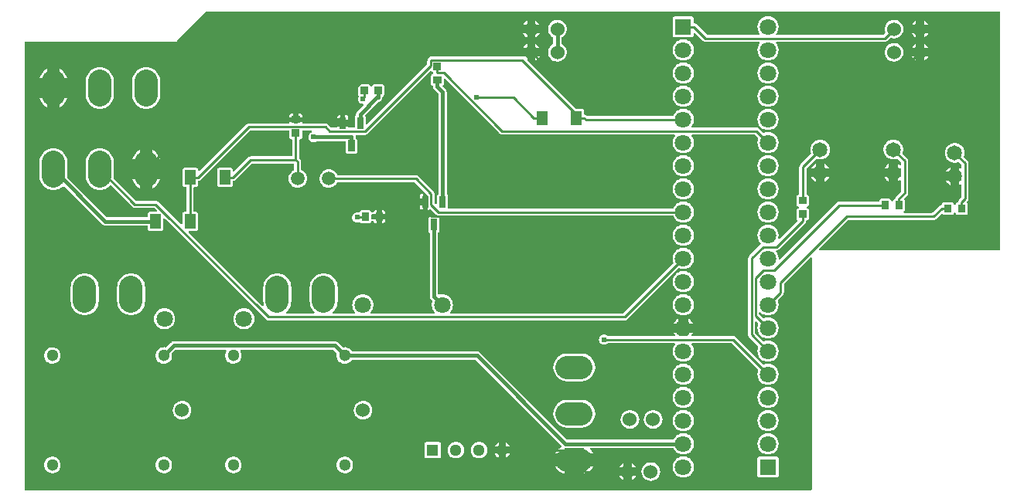
<source format=gtl>
G04 Layer: TopLayer*
G04 EasyEDA v6.4.23, 2021-09-03T17:21:03+02:00*
G04 aeee774bf32f4d08b0fc01e64f25dcb3,11806c6667b54f078b534f3636c84428,10*
G04 Gerber Generator version 0.2*
G04 Scale: 100 percent, Rotated: No, Reflected: No *
G04 Dimensions in millimeters *
G04 leading zeros omitted , absolute positions ,4 integer and 5 decimal *
%FSLAX45Y45*%
%MOMM*%

%ADD10C,0.2540*%
%ADD11C,0.4000*%
%ADD12C,0.6100*%
%ADD15R,0.8640X0.8065*%
%ADD17C,1.5240*%
%ADD18R,1.8000X1.8000*%
%ADD19C,1.8000*%
%ADD20C,1.5000*%
%ADD21R,1.2954X1.2954*%
%ADD22C,1.2954*%
%ADD23C,1.3000*%
%ADD24C,1.6510*%
%ADD25C,2.5400*%

%LPD*%
G36*
X772668Y7569708D02*
G01*
X768756Y7570470D01*
X765505Y7572705D01*
X763270Y7575956D01*
X762508Y7579868D01*
X762508Y12473432D01*
X763270Y12477343D01*
X765505Y12480594D01*
X768756Y12482830D01*
X772668Y12483592D01*
X2412593Y12483592D01*
X2416403Y12483896D01*
X2423464Y12485928D01*
X2428341Y12488672D01*
X2431592Y12491466D01*
X2750972Y12810794D01*
X2754274Y12813030D01*
X2758135Y12813792D01*
X11432032Y12813792D01*
X11435943Y12813030D01*
X11439194Y12810794D01*
X11441430Y12807543D01*
X11442192Y12803632D01*
X11442192Y10208768D01*
X11441430Y10204856D01*
X11439194Y10201605D01*
X11435943Y10199370D01*
X11432032Y10198608D01*
X9472320Y10198608D01*
X9468459Y10199370D01*
X9465157Y10201605D01*
X9462922Y10204856D01*
X9462160Y10208768D01*
X9462922Y10212679D01*
X9465157Y10215930D01*
X9777526Y10528350D01*
X9780828Y10530535D01*
X9784740Y10531297D01*
X10717784Y10531297D01*
X10725810Y10532110D01*
X10733024Y10534294D01*
X10739678Y10537850D01*
X10745927Y10542981D01*
X10798048Y10595102D01*
X10801350Y10597337D01*
X10805210Y10598099D01*
X10809122Y10597337D01*
X10812424Y10595102D01*
X10815624Y10591901D01*
X10820552Y10588802D01*
X10825988Y10586923D01*
X10832338Y10586212D01*
X10911840Y10586212D01*
X10918139Y10586923D01*
X10923625Y10588802D01*
X10928502Y10591901D01*
X10932617Y10595965D01*
X10935665Y10600893D01*
X10937798Y10606938D01*
X10939932Y10610494D01*
X10943336Y10612932D01*
X10947400Y10613745D01*
X10951464Y10612932D01*
X10954867Y10610494D01*
X10957001Y10606938D01*
X10959134Y10600893D01*
X10962182Y10595965D01*
X10966297Y10591901D01*
X10971174Y10588802D01*
X10976660Y10586923D01*
X10982960Y10586212D01*
X11062462Y10586212D01*
X11068812Y10586923D01*
X11074247Y10588802D01*
X11079175Y10591901D01*
X11083239Y10595965D01*
X11086338Y10600893D01*
X11088268Y10606328D01*
X11088979Y10612678D01*
X11088979Y10697921D01*
X11088268Y10704271D01*
X11086338Y10709706D01*
X11083239Y10714634D01*
X11081461Y10716412D01*
X11079276Y10719663D01*
X11078514Y10723575D01*
X11079276Y10727486D01*
X11081461Y10730738D01*
X11087912Y10737189D01*
X11093043Y10743438D01*
X11096599Y10750092D01*
X11098784Y10757306D01*
X11099596Y10765332D01*
X11099596Y11150854D01*
X11098784Y11158880D01*
X11096599Y11166094D01*
X11093043Y11172748D01*
X11087912Y11178997D01*
X11051032Y11215878D01*
X11048898Y11218976D01*
X11048034Y11222634D01*
X11048593Y11226342D01*
X11052149Y11236858D01*
X11054892Y11250726D01*
X11055858Y11264900D01*
X11054892Y11279073D01*
X11052149Y11292941D01*
X11047577Y11306403D01*
X11041329Y11319103D01*
X11033404Y11330889D01*
X11024057Y11341557D01*
X11013389Y11350904D01*
X11001603Y11358829D01*
X10988903Y11365077D01*
X10975441Y11369649D01*
X10961573Y11372392D01*
X10947400Y11373358D01*
X10933226Y11372392D01*
X10919358Y11369649D01*
X10905896Y11365077D01*
X10893196Y11358829D01*
X10881410Y11350904D01*
X10870742Y11341557D01*
X10861395Y11330889D01*
X10853470Y11319103D01*
X10847222Y11306403D01*
X10842650Y11292941D01*
X10839907Y11279073D01*
X10838942Y11264900D01*
X10839907Y11250726D01*
X10842650Y11236858D01*
X10847222Y11223396D01*
X10853470Y11210696D01*
X10861395Y11198910D01*
X10870742Y11188242D01*
X10881410Y11178895D01*
X10893196Y11170970D01*
X10905896Y11164722D01*
X10919358Y11160150D01*
X10933226Y11157407D01*
X10947400Y11156442D01*
X10961573Y11157407D01*
X10975441Y11160150D01*
X10985957Y11163706D01*
X10989665Y11164265D01*
X10993323Y11163401D01*
X10996422Y11161268D01*
X11019383Y11138306D01*
X11021568Y11135004D01*
X11022380Y11131143D01*
X11022380Y11109960D01*
X11021415Y11105692D01*
X11018774Y11102238D01*
X11014964Y11100206D01*
X11010595Y11099901D01*
X11006531Y11101527D01*
X11001603Y11104829D01*
X10995050Y11108080D01*
X10995050Y11058499D01*
X11012220Y11058499D01*
X11016081Y11057737D01*
X11019383Y11055553D01*
X11021568Y11052251D01*
X11022380Y11048339D01*
X11022380Y10973409D01*
X11021568Y10969548D01*
X11019383Y10966246D01*
X11016081Y10964062D01*
X11012220Y10963249D01*
X10995050Y10963249D01*
X10995050Y10913719D01*
X11001603Y10916970D01*
X11006531Y10920272D01*
X11010595Y10921898D01*
X11014964Y10921593D01*
X11018774Y10919561D01*
X11021415Y10916107D01*
X11022380Y10911840D01*
X11022380Y10785043D01*
X11021568Y10781182D01*
X11019383Y10777880D01*
X10995812Y10754258D01*
X10990681Y10748060D01*
X10987125Y10741355D01*
X10984941Y10734141D01*
X10983671Y10729010D01*
X10981283Y10726013D01*
X10977930Y10724083D01*
X10971174Y10721746D01*
X10966297Y10718698D01*
X10962182Y10714634D01*
X10959134Y10709706D01*
X10957001Y10703661D01*
X10954867Y10700105D01*
X10951464Y10697667D01*
X10947400Y10696854D01*
X10943336Y10697667D01*
X10939932Y10700105D01*
X10937798Y10703661D01*
X10935665Y10709706D01*
X10932617Y10714634D01*
X10928502Y10718698D01*
X10923625Y10721797D01*
X10918139Y10723676D01*
X10911840Y10724388D01*
X10832338Y10724388D01*
X10825988Y10723676D01*
X10820552Y10721797D01*
X10815624Y10718698D01*
X10811560Y10714634D01*
X10808462Y10709706D01*
X10806531Y10704271D01*
X10805363Y10698886D01*
X10803382Y10696092D01*
X10800537Y10694162D01*
X10796117Y10693095D01*
X10788904Y10690910D01*
X10782198Y10687354D01*
X10776000Y10682224D01*
X10705236Y10611510D01*
X10701934Y10609326D01*
X10698073Y10608513D01*
X10394492Y10608513D01*
X10390225Y10609478D01*
X10386771Y10612069D01*
X10384739Y10615879D01*
X10384434Y10620197D01*
X10385958Y10624261D01*
X10389057Y10627309D01*
X10393375Y10630001D01*
X10397439Y10634065D01*
X10400538Y10638993D01*
X10402468Y10644428D01*
X10403179Y10650778D01*
X10403179Y10736021D01*
X10402468Y10742371D01*
X10400538Y10747806D01*
X10397439Y10752734D01*
X10395661Y10754512D01*
X10393476Y10757763D01*
X10392714Y10761675D01*
X10393476Y10765586D01*
X10395661Y10768838D01*
X10424363Y10797590D01*
X10429494Y10803788D01*
X10433050Y10810494D01*
X10435234Y10817707D01*
X10436047Y10825734D01*
X10436047Y11179352D01*
X10435234Y11187379D01*
X10433050Y11194592D01*
X10429494Y11201298D01*
X10424363Y11207496D01*
X10377932Y11253978D01*
X10375798Y11257076D01*
X10374934Y11260734D01*
X10375493Y11264442D01*
X10379049Y11274958D01*
X10381792Y11288826D01*
X10382758Y11303000D01*
X10381792Y11317173D01*
X10379049Y11331041D01*
X10374477Y11344503D01*
X10368229Y11357203D01*
X10360304Y11368989D01*
X10350957Y11379657D01*
X10340289Y11389004D01*
X10328503Y11396929D01*
X10315803Y11403177D01*
X10302341Y11407749D01*
X10288473Y11410492D01*
X10274300Y11411458D01*
X10260126Y11410492D01*
X10246258Y11407749D01*
X10232796Y11403177D01*
X10220096Y11396929D01*
X10208310Y11389004D01*
X10197642Y11379657D01*
X10188295Y11368989D01*
X10180370Y11357203D01*
X10174122Y11344503D01*
X10169550Y11331041D01*
X10166807Y11317173D01*
X10165842Y11303000D01*
X10166807Y11288826D01*
X10169550Y11274958D01*
X10174122Y11261496D01*
X10180370Y11248796D01*
X10188295Y11237010D01*
X10197642Y11226342D01*
X10208310Y11216995D01*
X10220096Y11209070D01*
X10232796Y11202822D01*
X10246258Y11198250D01*
X10260126Y11195507D01*
X10274300Y11194542D01*
X10288473Y11195507D01*
X10302341Y11198250D01*
X10312857Y11201806D01*
X10316565Y11202365D01*
X10320223Y11201501D01*
X10323322Y11199368D01*
X10355834Y11166856D01*
X10358069Y11163554D01*
X10358831Y11159642D01*
X10358831Y11141202D01*
X10358120Y11137442D01*
X10355986Y11134191D01*
X10352887Y11131956D01*
X10349128Y11131042D01*
X10345318Y11131600D01*
X10341965Y11133582D01*
X10340289Y11135004D01*
X10328503Y11142929D01*
X10321950Y11146180D01*
X10321950Y11096599D01*
X10348671Y11096599D01*
X10352582Y11095837D01*
X10355834Y11093653D01*
X10358069Y11090351D01*
X10358831Y11086439D01*
X10358831Y11011509D01*
X10358069Y11007648D01*
X10355834Y11004346D01*
X10352582Y11002162D01*
X10348671Y11001349D01*
X10321950Y11001349D01*
X10321950Y10951819D01*
X10328503Y10955070D01*
X10340289Y10962995D01*
X10341965Y10964418D01*
X10345318Y10966348D01*
X10349128Y10966958D01*
X10352887Y10966043D01*
X10355986Y10963808D01*
X10358120Y10960557D01*
X10358831Y10956798D01*
X10358831Y10845444D01*
X10358069Y10841532D01*
X10355834Y10838230D01*
X10310012Y10792358D01*
X10304881Y10786160D01*
X10301325Y10779455D01*
X10299141Y10772241D01*
X10297871Y10767110D01*
X10295483Y10764113D01*
X10292130Y10762183D01*
X10285374Y10759846D01*
X10280497Y10756798D01*
X10276382Y10752734D01*
X10273334Y10747806D01*
X10271201Y10741761D01*
X10269067Y10738205D01*
X10265664Y10735767D01*
X10261600Y10734954D01*
X10257536Y10735767D01*
X10254132Y10738205D01*
X10251998Y10741761D01*
X10249865Y10747806D01*
X10246817Y10752734D01*
X10242702Y10756798D01*
X10237825Y10759897D01*
X10232339Y10761776D01*
X10226040Y10762488D01*
X10146538Y10762488D01*
X10140188Y10761776D01*
X10134752Y10759897D01*
X10129824Y10756798D01*
X10125760Y10752734D01*
X10122662Y10747806D01*
X10120731Y10742371D01*
X10119563Y10737494D01*
X10117277Y10734598D01*
X10114127Y10732668D01*
X10110520Y10732008D01*
X9682734Y10732008D01*
X9674707Y10731195D01*
X9667494Y10729010D01*
X9660788Y10725454D01*
X9654590Y10720324D01*
X9035694Y10101478D01*
X9032392Y10099294D01*
X9028531Y10098481D01*
X9024620Y10099294D01*
X9021318Y10101478D01*
X9019133Y10104780D01*
X9018371Y10108641D01*
X9018371Y10116464D01*
X9016542Y10130891D01*
X9012936Y10145014D01*
X9007551Y10158526D01*
X9000540Y10171277D01*
X8992768Y10181996D01*
X8991041Y10185857D01*
X8991092Y10190073D01*
X8992819Y10193985D01*
X8995968Y10196779D01*
X8999982Y10198049D01*
X9003182Y10198404D01*
X9010396Y10200589D01*
X9017101Y10204145D01*
X9023299Y10209276D01*
X9310624Y10496600D01*
X9315754Y10502798D01*
X9319310Y10509504D01*
X9321495Y10516717D01*
X9322562Y10521137D01*
X9324492Y10523982D01*
X9327286Y10525963D01*
X9332671Y10527131D01*
X9338106Y10529062D01*
X9343034Y10532160D01*
X9347098Y10536224D01*
X9350197Y10541152D01*
X9352076Y10546588D01*
X9352788Y10552938D01*
X9352788Y10632440D01*
X9352076Y10638739D01*
X9350197Y10644225D01*
X9347098Y10649102D01*
X9343034Y10653217D01*
X9338106Y10656265D01*
X9332061Y10658398D01*
X9328505Y10660532D01*
X9326067Y10663936D01*
X9325254Y10668000D01*
X9326067Y10672064D01*
X9328505Y10675467D01*
X9332061Y10677601D01*
X9338106Y10679734D01*
X9343034Y10682782D01*
X9347098Y10686897D01*
X9350197Y10691774D01*
X9352076Y10697260D01*
X9352788Y10703560D01*
X9352788Y10783062D01*
X9352076Y10789412D01*
X9350197Y10794847D01*
X9347098Y10799775D01*
X9343034Y10803839D01*
X9338106Y10806938D01*
X9332671Y10808868D01*
X9327794Y10810036D01*
X9324898Y10812322D01*
X9322968Y10815472D01*
X9322308Y10819079D01*
X9322308Y11092281D01*
X9323070Y11096193D01*
X9325305Y11099495D01*
X9425178Y11199368D01*
X9428276Y11201501D01*
X9431934Y11202365D01*
X9435642Y11201806D01*
X9446158Y11198250D01*
X9460026Y11195507D01*
X9474200Y11194542D01*
X9488373Y11195507D01*
X9502241Y11198250D01*
X9515703Y11202822D01*
X9528403Y11209070D01*
X9540189Y11216995D01*
X9550857Y11226342D01*
X9560204Y11237010D01*
X9568129Y11248796D01*
X9574377Y11261496D01*
X9578949Y11274958D01*
X9581692Y11288826D01*
X9582658Y11303000D01*
X9581692Y11317173D01*
X9578949Y11331041D01*
X9574377Y11344503D01*
X9568129Y11357203D01*
X9560204Y11368989D01*
X9550857Y11379657D01*
X9540189Y11389004D01*
X9528403Y11396929D01*
X9515703Y11403177D01*
X9502241Y11407749D01*
X9488373Y11410492D01*
X9474200Y11411458D01*
X9460026Y11410492D01*
X9446158Y11407749D01*
X9432696Y11403177D01*
X9419996Y11396929D01*
X9408210Y11389004D01*
X9397542Y11379657D01*
X9388195Y11368989D01*
X9380270Y11357203D01*
X9374022Y11344503D01*
X9369450Y11331041D01*
X9366707Y11317173D01*
X9365742Y11303000D01*
X9366707Y11288826D01*
X9369450Y11274958D01*
X9373006Y11264442D01*
X9373565Y11260734D01*
X9372701Y11257076D01*
X9370568Y11253978D01*
X9256776Y11140135D01*
X9251645Y11133937D01*
X9248089Y11127232D01*
X9245904Y11120018D01*
X9245092Y11111992D01*
X9245092Y10819079D01*
X9244431Y10815472D01*
X9242501Y10812322D01*
X9239605Y10810036D01*
X9234728Y10808868D01*
X9229293Y10806938D01*
X9224365Y10803839D01*
X9220301Y10799775D01*
X9217202Y10794847D01*
X9215323Y10789412D01*
X9214612Y10783062D01*
X9214612Y10703560D01*
X9215323Y10697260D01*
X9217202Y10691774D01*
X9220301Y10686897D01*
X9224365Y10682782D01*
X9229293Y10679734D01*
X9235338Y10677601D01*
X9238894Y10675467D01*
X9241332Y10672064D01*
X9242145Y10668000D01*
X9241332Y10663936D01*
X9238894Y10660532D01*
X9235338Y10658398D01*
X9229293Y10656265D01*
X9224365Y10653217D01*
X9220301Y10649102D01*
X9217202Y10644225D01*
X9215323Y10638739D01*
X9214612Y10632440D01*
X9214612Y10552938D01*
X9215323Y10546588D01*
X9217202Y10541152D01*
X9220301Y10536224D01*
X9223502Y10533024D01*
X9225737Y10529722D01*
X9226499Y10525810D01*
X9225737Y10521950D01*
X9223502Y10518648D01*
X9032494Y10327640D01*
X9028785Y10325252D01*
X9024467Y10324693D01*
X9020302Y10326014D01*
X9017050Y10328910D01*
X9015323Y10332974D01*
X9015476Y10337342D01*
X9016542Y10341508D01*
X9018371Y10355935D01*
X9018371Y10370464D01*
X9016542Y10384891D01*
X9012936Y10399014D01*
X9007551Y10412526D01*
X9000540Y10425277D01*
X8992006Y10437063D01*
X8982049Y10447680D01*
X8970822Y10456976D01*
X8958529Y10464749D01*
X8945372Y10470946D01*
X8931503Y10475468D01*
X8917228Y10478160D01*
X8902700Y10479074D01*
X8888171Y10478160D01*
X8873896Y10475468D01*
X8860028Y10470946D01*
X8846870Y10464749D01*
X8834577Y10456976D01*
X8823350Y10447680D01*
X8813393Y10437063D01*
X8804859Y10425277D01*
X8797848Y10412526D01*
X8792464Y10399014D01*
X8788857Y10384891D01*
X8787028Y10370464D01*
X8787028Y10355935D01*
X8788857Y10341508D01*
X8792464Y10327386D01*
X8797848Y10313873D01*
X8804859Y10301122D01*
X8813393Y10289336D01*
X8823401Y10278719D01*
X8825534Y10275163D01*
X8826144Y10271099D01*
X8825026Y10267086D01*
X8821521Y10263124D01*
X8696248Y10137851D01*
X8691118Y10131602D01*
X8687562Y10124948D01*
X8685377Y10117734D01*
X8684564Y10109708D01*
X8684564Y9273235D01*
X8685377Y9265208D01*
X8687562Y9257995D01*
X8691118Y9251289D01*
X8696248Y9245092D01*
X8793378Y9147911D01*
X8795562Y9144660D01*
X8796375Y9140850D01*
X8795664Y9136989D01*
X8792464Y9129014D01*
X8788857Y9114891D01*
X8787028Y9100464D01*
X8787028Y9085935D01*
X8788857Y9071508D01*
X8792464Y9057386D01*
X8797848Y9043873D01*
X8804859Y9031122D01*
X8813393Y9019336D01*
X8823350Y9008719D01*
X8834577Y8999423D01*
X8846870Y8991650D01*
X8860028Y8985453D01*
X8873896Y8980932D01*
X8888171Y8978239D01*
X8902700Y8977325D01*
X8917228Y8978239D01*
X8931503Y8980932D01*
X8945372Y8985453D01*
X8958529Y8991650D01*
X8970822Y8999423D01*
X8982049Y9008719D01*
X8992006Y9019336D01*
X9000540Y9031122D01*
X9007551Y9043873D01*
X9012936Y9057386D01*
X9016542Y9071508D01*
X9018371Y9085935D01*
X9018371Y9100464D01*
X9016542Y9114891D01*
X9012936Y9129014D01*
X9007551Y9142526D01*
X9000540Y9155277D01*
X8992006Y9167063D01*
X8982049Y9177680D01*
X8970822Y9186976D01*
X8958529Y9194749D01*
X8945372Y9200946D01*
X8931503Y9205468D01*
X8917228Y9208160D01*
X8902700Y9209074D01*
X8888171Y9208160D01*
X8873896Y9205468D01*
X8860028Y9200946D01*
X8855354Y9199676D01*
X8851290Y9200388D01*
X8847836Y9202623D01*
X8764778Y9285732D01*
X8762542Y9289034D01*
X8761780Y9292945D01*
X8761780Y9408972D01*
X8762542Y9412884D01*
X8764778Y9416186D01*
X8768029Y9418370D01*
X8771940Y9419132D01*
X8775852Y9418370D01*
X8779103Y9416186D01*
X8793378Y9401911D01*
X8795562Y9398660D01*
X8796375Y9394850D01*
X8795664Y9390989D01*
X8792464Y9383014D01*
X8788857Y9368891D01*
X8787028Y9354464D01*
X8787028Y9339935D01*
X8788857Y9325508D01*
X8792464Y9311386D01*
X8797848Y9297873D01*
X8804859Y9285122D01*
X8813393Y9273336D01*
X8823350Y9262719D01*
X8834577Y9253423D01*
X8846870Y9245650D01*
X8860028Y9239453D01*
X8873896Y9234932D01*
X8888171Y9232239D01*
X8902700Y9231325D01*
X8917228Y9232239D01*
X8931503Y9234932D01*
X8945372Y9239453D01*
X8958529Y9245650D01*
X8970822Y9253423D01*
X8982049Y9262719D01*
X8992006Y9273336D01*
X9000540Y9285122D01*
X9007551Y9297873D01*
X9012936Y9311386D01*
X9016542Y9325508D01*
X9018371Y9339935D01*
X9018371Y9354464D01*
X9016542Y9368891D01*
X9012936Y9383014D01*
X9007551Y9396526D01*
X9000540Y9409277D01*
X8992006Y9421063D01*
X8982049Y9431680D01*
X8970822Y9440976D01*
X8958529Y9448749D01*
X8945372Y9454946D01*
X8931503Y9459468D01*
X8917228Y9462160D01*
X8902700Y9463074D01*
X8888171Y9462160D01*
X8873896Y9459468D01*
X8860028Y9454946D01*
X8855354Y9453676D01*
X8851290Y9454388D01*
X8847836Y9456623D01*
X8808415Y9496094D01*
X8806230Y9499396D01*
X8805468Y9503257D01*
X8805468Y9510166D01*
X8806230Y9514078D01*
X8808516Y9517430D01*
X8811869Y9519615D01*
X8815832Y9520326D01*
X8819743Y9519412D01*
X8823350Y9516719D01*
X8834577Y9507423D01*
X8846870Y9499650D01*
X8860028Y9493453D01*
X8873896Y9488932D01*
X8888171Y9486239D01*
X8902700Y9485325D01*
X8917228Y9486239D01*
X8931503Y9488932D01*
X8945372Y9493453D01*
X8958529Y9499650D01*
X8970822Y9507423D01*
X8982049Y9516719D01*
X8992006Y9527336D01*
X9000540Y9539122D01*
X9007551Y9551873D01*
X9012936Y9565386D01*
X9016542Y9579508D01*
X9018371Y9593935D01*
X9018371Y9608464D01*
X9016542Y9622891D01*
X9012936Y9637014D01*
X9009735Y9644989D01*
X9009024Y9648850D01*
X9009837Y9652660D01*
X9012021Y9655911D01*
X9065514Y9709404D01*
X9070644Y9715652D01*
X9074200Y9722307D01*
X9076385Y9729520D01*
X9077198Y9737547D01*
X9077198Y9823754D01*
X9077960Y9827666D01*
X9080144Y9830968D01*
X9367469Y10118242D01*
X9370720Y10120477D01*
X9374632Y10121239D01*
X9378543Y10120477D01*
X9381794Y10118242D01*
X9384030Y10114940D01*
X9384792Y10111079D01*
X9384792Y7579868D01*
X9384030Y7575956D01*
X9381794Y7572705D01*
X9378543Y7570470D01*
X9374632Y7569708D01*
G37*

%LPC*%
G36*
X7613192Y7670546D02*
G01*
X7626807Y7670546D01*
X7640320Y7672374D01*
X7653477Y7675981D01*
X7666024Y7681264D01*
X7677759Y7688224D01*
X7688478Y7696708D01*
X7697978Y7706512D01*
X7706055Y7717485D01*
X7712608Y7729423D01*
X7717485Y7742174D01*
X7720685Y7755432D01*
X7722006Y7768996D01*
X7721549Y7782610D01*
X7719314Y7796072D01*
X7715250Y7809077D01*
X7709509Y7821472D01*
X7702194Y7832953D01*
X7693406Y7843367D01*
X7683246Y7852511D01*
X7672019Y7860233D01*
X7659878Y7866380D01*
X7646974Y7870850D01*
X7633614Y7873593D01*
X7620000Y7874508D01*
X7606385Y7873593D01*
X7593025Y7870850D01*
X7580122Y7866380D01*
X7567980Y7860233D01*
X7556753Y7852511D01*
X7546594Y7843367D01*
X7537805Y7832953D01*
X7530490Y7821472D01*
X7524750Y7809077D01*
X7520686Y7796072D01*
X7518450Y7782610D01*
X7517993Y7768996D01*
X7519314Y7755432D01*
X7522514Y7742174D01*
X7527391Y7729423D01*
X7533944Y7717485D01*
X7542022Y7706512D01*
X7551521Y7696708D01*
X7562240Y7688224D01*
X7573975Y7681264D01*
X7586522Y7675981D01*
X7599680Y7672374D01*
G37*
G36*
X7410450Y7680604D02*
G01*
X7412024Y7681264D01*
X7423759Y7688224D01*
X7434478Y7696708D01*
X7443978Y7706512D01*
X7452055Y7717485D01*
X7457795Y7727950D01*
X7410450Y7727950D01*
G37*
G36*
X7321550Y7680604D02*
G01*
X7321550Y7727950D01*
X7274204Y7727950D01*
X7279944Y7717485D01*
X7288022Y7706512D01*
X7297521Y7696708D01*
X7308240Y7688224D01*
X7319975Y7681264D01*
G37*
G36*
X8813292Y7707274D02*
G01*
X8992108Y7707274D01*
X8998458Y7707985D01*
X9003893Y7709916D01*
X9008821Y7713014D01*
X9012885Y7717078D01*
X9015984Y7722006D01*
X9017914Y7727442D01*
X9018625Y7733792D01*
X9018625Y7912608D01*
X9017914Y7918958D01*
X9015984Y7924393D01*
X9012885Y7929321D01*
X9008821Y7933385D01*
X9003893Y7936484D01*
X8998458Y7938414D01*
X8992108Y7939125D01*
X8813292Y7939125D01*
X8806942Y7938414D01*
X8801506Y7936484D01*
X8796578Y7933385D01*
X8792514Y7929321D01*
X8789416Y7924393D01*
X8787485Y7918958D01*
X8786774Y7912608D01*
X8786774Y7733792D01*
X8787485Y7727442D01*
X8789416Y7722006D01*
X8792514Y7717078D01*
X8796578Y7713014D01*
X8801506Y7709916D01*
X8806942Y7707985D01*
G37*
G36*
X7975600Y7707325D02*
G01*
X7990128Y7708239D01*
X8004403Y7710931D01*
X8018272Y7715453D01*
X8031429Y7721650D01*
X8043722Y7729423D01*
X8054949Y7738719D01*
X8064906Y7749336D01*
X8073440Y7761122D01*
X8080451Y7773873D01*
X8085836Y7787386D01*
X8089442Y7801508D01*
X8091271Y7815935D01*
X8091271Y7830464D01*
X8089442Y7844891D01*
X8085836Y7859014D01*
X8080451Y7872526D01*
X8073440Y7885277D01*
X8064906Y7897063D01*
X8054949Y7907680D01*
X8043722Y7916976D01*
X8031429Y7924749D01*
X8018272Y7930946D01*
X8004403Y7935468D01*
X7990128Y7938160D01*
X7975600Y7939074D01*
X7961071Y7938160D01*
X7946796Y7935468D01*
X7932928Y7930946D01*
X7919770Y7924749D01*
X7907477Y7916976D01*
X7896250Y7907680D01*
X7886293Y7897063D01*
X7877759Y7885277D01*
X7870748Y7872526D01*
X7865364Y7859014D01*
X7861757Y7844891D01*
X7859928Y7830464D01*
X7859928Y7815935D01*
X7861757Y7801508D01*
X7865364Y7787386D01*
X7870748Y7773873D01*
X7877759Y7761122D01*
X7886293Y7749336D01*
X7896250Y7738719D01*
X7907477Y7729423D01*
X7919770Y7721650D01*
X7932928Y7715453D01*
X7946796Y7710931D01*
X7961071Y7708239D01*
G37*
G36*
X6889750Y7749895D02*
G01*
X6906818Y7754518D01*
X6922211Y7760614D01*
X6936841Y7768386D01*
X6950506Y7777683D01*
X6963156Y7788402D01*
X6974535Y7800441D01*
X6984542Y7813598D01*
X6993077Y7827772D01*
X6993890Y7829550D01*
X6889750Y7829550D01*
G37*
G36*
X6673850Y7749895D02*
G01*
X6673850Y7829550D01*
X6569709Y7829550D01*
X6570522Y7827772D01*
X6579057Y7813598D01*
X6589064Y7800441D01*
X6600444Y7788402D01*
X6613093Y7777683D01*
X6626758Y7768386D01*
X6641388Y7760614D01*
X6656781Y7754518D01*
G37*
G36*
X1071168Y7754670D02*
G01*
X1083767Y7755991D01*
X1096111Y7759090D01*
X1107846Y7763814D01*
X1118819Y7770164D01*
X1128826Y7777937D01*
X1137615Y7787081D01*
X1145082Y7797342D01*
X1151026Y7808518D01*
X1155344Y7820456D01*
X1157986Y7832852D01*
X1158900Y7845501D01*
X1157986Y7858150D01*
X1155344Y7870545D01*
X1151026Y7882483D01*
X1145082Y7893659D01*
X1137615Y7903921D01*
X1128826Y7913065D01*
X1118819Y7920837D01*
X1107846Y7927187D01*
X1096111Y7931912D01*
X1083767Y7935010D01*
X1071168Y7936331D01*
X1058519Y7935874D01*
X1046022Y7933690D01*
X1033983Y7929778D01*
X1022553Y7924190D01*
X1012037Y7917129D01*
X1002639Y7908645D01*
X994460Y7898942D01*
X987755Y7888173D01*
X982624Y7876590D01*
X979119Y7864398D01*
X977341Y7851851D01*
X977341Y7839151D01*
X979119Y7826603D01*
X982624Y7814411D01*
X987755Y7802829D01*
X994460Y7792059D01*
X1002639Y7782356D01*
X1012037Y7773873D01*
X1022553Y7766812D01*
X1033983Y7761224D01*
X1046022Y7757312D01*
X1058519Y7755128D01*
G37*
G36*
X2291181Y7754670D02*
G01*
X2303780Y7755991D01*
X2316073Y7759090D01*
X2327859Y7763814D01*
X2338832Y7770164D01*
X2348788Y7777937D01*
X2357628Y7787081D01*
X2365044Y7797342D01*
X2371039Y7808518D01*
X2375357Y7820456D01*
X2377998Y7832852D01*
X2378862Y7845501D01*
X2377998Y7858150D01*
X2375357Y7870545D01*
X2371039Y7882483D01*
X2365044Y7893659D01*
X2357628Y7903921D01*
X2348788Y7913065D01*
X2338832Y7920837D01*
X2327859Y7927187D01*
X2316073Y7931912D01*
X2303780Y7935010D01*
X2291181Y7936331D01*
X2278481Y7935874D01*
X2265984Y7933690D01*
X2253945Y7929778D01*
X2242566Y7924190D01*
X2232050Y7917129D01*
X2222601Y7908645D01*
X2214473Y7898942D01*
X2207768Y7888173D01*
X2202586Y7876590D01*
X2199081Y7864398D01*
X2197354Y7851851D01*
X2197354Y7839151D01*
X2199081Y7826603D01*
X2202586Y7814411D01*
X2207768Y7802829D01*
X2214473Y7792059D01*
X2222601Y7782356D01*
X2232050Y7773873D01*
X2242566Y7766812D01*
X2253945Y7761224D01*
X2265984Y7757312D01*
X2278481Y7755128D01*
G37*
G36*
X4272381Y7754670D02*
G01*
X4284980Y7755991D01*
X4297273Y7759090D01*
X4309059Y7763814D01*
X4320032Y7770164D01*
X4329988Y7777937D01*
X4338828Y7787081D01*
X4346244Y7797342D01*
X4352239Y7808518D01*
X4356557Y7820456D01*
X4359198Y7832852D01*
X4360062Y7845501D01*
X4359198Y7858150D01*
X4356557Y7870545D01*
X4352239Y7882483D01*
X4346244Y7893659D01*
X4338828Y7903921D01*
X4329988Y7913065D01*
X4320032Y7920837D01*
X4309059Y7927187D01*
X4297273Y7931912D01*
X4284980Y7935010D01*
X4272381Y7936331D01*
X4259681Y7935874D01*
X4247184Y7933690D01*
X4235145Y7929778D01*
X4223766Y7924190D01*
X4213250Y7917129D01*
X4203801Y7908645D01*
X4195673Y7898942D01*
X4188968Y7888173D01*
X4183786Y7876590D01*
X4180281Y7864398D01*
X4178554Y7851851D01*
X4178554Y7839151D01*
X4180281Y7826603D01*
X4183786Y7814411D01*
X4188968Y7802829D01*
X4195673Y7792059D01*
X4203801Y7782356D01*
X4213250Y7773873D01*
X4223766Y7766812D01*
X4235145Y7761224D01*
X4247184Y7757312D01*
X4259681Y7755128D01*
G37*
G36*
X3052368Y7754670D02*
G01*
X3064967Y7755991D01*
X3077311Y7759090D01*
X3089046Y7763814D01*
X3100019Y7770164D01*
X3110026Y7777937D01*
X3118815Y7787081D01*
X3126282Y7797342D01*
X3132226Y7808518D01*
X3136544Y7820456D01*
X3139186Y7832852D01*
X3140100Y7845501D01*
X3139186Y7858150D01*
X3136544Y7870545D01*
X3132226Y7882483D01*
X3126282Y7893659D01*
X3118815Y7903921D01*
X3110026Y7913065D01*
X3100019Y7920837D01*
X3089046Y7927187D01*
X3077311Y7931912D01*
X3064967Y7935010D01*
X3052368Y7936331D01*
X3039719Y7935874D01*
X3027222Y7933690D01*
X3015183Y7929778D01*
X3003753Y7924190D01*
X2993237Y7917129D01*
X2983839Y7908645D01*
X2975660Y7898942D01*
X2968955Y7888173D01*
X2963824Y7876590D01*
X2960319Y7864398D01*
X2958541Y7851851D01*
X2958541Y7839151D01*
X2960319Y7826603D01*
X2963824Y7814411D01*
X2968955Y7802829D01*
X2975660Y7792059D01*
X2983839Y7782356D01*
X2993237Y7773873D01*
X3003753Y7766812D01*
X3015183Y7761224D01*
X3027222Y7757312D01*
X3039719Y7755128D01*
G37*
G36*
X7410450Y7816850D02*
G01*
X7457643Y7816850D01*
X7455509Y7821472D01*
X7448194Y7832953D01*
X7439406Y7843367D01*
X7429246Y7852511D01*
X7418019Y7860233D01*
X7410450Y7864043D01*
G37*
G36*
X7274356Y7816850D02*
G01*
X7321550Y7816850D01*
X7321550Y7864043D01*
X7313980Y7860233D01*
X7302753Y7852511D01*
X7292594Y7843367D01*
X7283805Y7832953D01*
X7276490Y7821472D01*
G37*
G36*
X5168188Y7917637D02*
G01*
X5296611Y7917637D01*
X5302910Y7918348D01*
X5308396Y7920278D01*
X5313273Y7923377D01*
X5317388Y7927441D01*
X5320436Y7932369D01*
X5322366Y7937804D01*
X5323078Y7944154D01*
X5323078Y8072526D01*
X5322366Y8078876D01*
X5320436Y8084312D01*
X5317388Y8089239D01*
X5313273Y8093303D01*
X5308396Y8096402D01*
X5302910Y8098281D01*
X5296611Y8098993D01*
X5168188Y8098993D01*
X5161889Y8098281D01*
X5156403Y8096402D01*
X5151526Y8093303D01*
X5147411Y8089239D01*
X5144363Y8084312D01*
X5142433Y8078876D01*
X5141722Y8072526D01*
X5141722Y7944154D01*
X5142433Y7937804D01*
X5144363Y7932369D01*
X5147411Y7927441D01*
X5151526Y7923377D01*
X5156403Y7920278D01*
X5161889Y7918348D01*
G37*
G36*
X5737250Y7917738D02*
G01*
X5749899Y7918196D01*
X5762345Y7920380D01*
X5774334Y7924292D01*
X5785713Y7929829D01*
X5796229Y7936890D01*
X5805627Y7945374D01*
X5813755Y7955025D01*
X5820460Y7965795D01*
X5825591Y7977327D01*
X5829096Y7989468D01*
X5830824Y8002016D01*
X5830824Y8014665D01*
X5829096Y8027162D01*
X5825591Y8039353D01*
X5820460Y8050885D01*
X5813755Y8061604D01*
X5805627Y8071307D01*
X5796229Y8079790D01*
X5785713Y8086852D01*
X5774334Y8092389D01*
X5762345Y8096300D01*
X5749899Y8098485D01*
X5737250Y8098942D01*
X5724652Y8097621D01*
X5712409Y8094573D01*
X5700674Y8089798D01*
X5689701Y8083499D01*
X5679744Y8075726D01*
X5670956Y8066582D01*
X5663539Y8056372D01*
X5657596Y8045196D01*
X5653278Y8033308D01*
X5650636Y8020964D01*
X5649722Y8008315D01*
X5650636Y7995716D01*
X5653278Y7983372D01*
X5657596Y7971485D01*
X5663539Y7960309D01*
X5670956Y7950047D01*
X5679744Y7940954D01*
X5689701Y7933181D01*
X5700674Y7926831D01*
X5712409Y7922107D01*
X5724652Y7919059D01*
G37*
G36*
X5483250Y7917738D02*
G01*
X5495899Y7918196D01*
X5508345Y7920380D01*
X5520334Y7924292D01*
X5531713Y7929829D01*
X5542229Y7936890D01*
X5551627Y7945374D01*
X5559755Y7955025D01*
X5566460Y7965795D01*
X5571591Y7977327D01*
X5575096Y7989468D01*
X5576824Y8002016D01*
X5576824Y8014665D01*
X5575096Y8027162D01*
X5571591Y8039353D01*
X5566460Y8050885D01*
X5559755Y8061604D01*
X5551627Y8071307D01*
X5542229Y8079790D01*
X5531713Y8086852D01*
X5520334Y8092389D01*
X5508345Y8096300D01*
X5495899Y8098485D01*
X5483250Y8098942D01*
X5470652Y8097621D01*
X5458409Y8094573D01*
X5446674Y8089798D01*
X5435701Y8083499D01*
X5425744Y8075726D01*
X5416956Y8066582D01*
X5409539Y8056372D01*
X5403596Y8045196D01*
X5399278Y8033308D01*
X5396636Y8020964D01*
X5395722Y8008315D01*
X5396636Y7995716D01*
X5399278Y7983372D01*
X5403596Y7971485D01*
X5409539Y7960309D01*
X5416956Y7950047D01*
X5425744Y7940954D01*
X5435701Y7933181D01*
X5446674Y7926831D01*
X5458409Y7922107D01*
X5470652Y7919059D01*
G37*
G36*
X5955690Y7926425D02*
G01*
X5955690Y7969605D01*
X5912561Y7969605D01*
X5917539Y7960309D01*
X5924956Y7950047D01*
X5933744Y7940954D01*
X5943701Y7933181D01*
X5954674Y7926831D01*
G37*
G36*
X6033160Y7926628D02*
G01*
X6039713Y7929829D01*
X6050229Y7936890D01*
X6059627Y7945374D01*
X6067755Y7955025D01*
X6074460Y7965795D01*
X6076137Y7969605D01*
X6033160Y7969605D01*
G37*
G36*
X8902700Y7961325D02*
G01*
X8917228Y7962239D01*
X8931503Y7964931D01*
X8945372Y7969453D01*
X8958529Y7975650D01*
X8970822Y7983423D01*
X8982049Y7992719D01*
X8992006Y8003336D01*
X9000540Y8015122D01*
X9007551Y8027873D01*
X9012936Y8041386D01*
X9016542Y8055508D01*
X9018371Y8069935D01*
X9018371Y8084464D01*
X9016542Y8098891D01*
X9012936Y8113014D01*
X9007551Y8126526D01*
X9000540Y8139277D01*
X8992006Y8151063D01*
X8982049Y8161680D01*
X8970822Y8170976D01*
X8958529Y8178749D01*
X8945372Y8184946D01*
X8931503Y8189468D01*
X8917228Y8192160D01*
X8902700Y8193074D01*
X8888171Y8192160D01*
X8873896Y8189468D01*
X8860028Y8184946D01*
X8846870Y8178749D01*
X8834577Y8170976D01*
X8823350Y8161680D01*
X8813393Y8151063D01*
X8804859Y8139277D01*
X8797848Y8126526D01*
X8792464Y8113014D01*
X8788857Y8098891D01*
X8787028Y8084464D01*
X8787028Y8069935D01*
X8788857Y8055508D01*
X8792464Y8041386D01*
X8797848Y8027873D01*
X8804859Y8015122D01*
X8813393Y8003336D01*
X8823350Y7992719D01*
X8834577Y7983423D01*
X8846870Y7975650D01*
X8860028Y7969453D01*
X8873896Y7964931D01*
X8888171Y7962239D01*
G37*
G36*
X7975600Y7961325D02*
G01*
X7990128Y7962239D01*
X8004403Y7964931D01*
X8018272Y7969453D01*
X8031429Y7975650D01*
X8043722Y7983423D01*
X8054949Y7992719D01*
X8064906Y8003336D01*
X8073440Y8015122D01*
X8080451Y8027873D01*
X8085836Y8041386D01*
X8089442Y8055508D01*
X8091271Y8069935D01*
X8091271Y8084464D01*
X8089442Y8098891D01*
X8085836Y8113014D01*
X8080451Y8126526D01*
X8073440Y8139277D01*
X8064906Y8151063D01*
X8054949Y8161680D01*
X8043722Y8170976D01*
X8031429Y8178749D01*
X8018272Y8184946D01*
X8004403Y8189468D01*
X7990128Y8192160D01*
X7975600Y8193074D01*
X7961071Y8192160D01*
X7946796Y8189468D01*
X7932928Y8184946D01*
X7919770Y8178749D01*
X7907477Y8170976D01*
X7896250Y8161680D01*
X7886293Y8151063D01*
X7877759Y8139277D01*
X7871764Y8128355D01*
X7869478Y8125561D01*
X7866380Y8123732D01*
X7862824Y8123123D01*
X6707124Y8123123D01*
X6703263Y8123885D01*
X6699961Y8126069D01*
X5746800Y9079179D01*
X5739739Y9084513D01*
X5732170Y9088272D01*
X5724042Y9090558D01*
X5715152Y9091422D01*
X4353102Y9091422D01*
X4349953Y9091879D01*
X4347108Y9093352D01*
X4344873Y9095587D01*
X4338828Y9103918D01*
X4329988Y9113062D01*
X4320032Y9120835D01*
X4309059Y9127185D01*
X4297273Y9131909D01*
X4284980Y9135008D01*
X4272381Y9136329D01*
X4259681Y9135872D01*
X4251299Y9134398D01*
X4248099Y9134348D01*
X4245000Y9135313D01*
X4242358Y9137243D01*
X4191457Y9188094D01*
X4184446Y9193377D01*
X4176877Y9197136D01*
X4168698Y9199473D01*
X4159808Y9200286D01*
X2395118Y9200235D01*
X2386380Y9199016D01*
X2378354Y9196324D01*
X2370937Y9192209D01*
X2364079Y9186519D01*
X2314854Y9137294D01*
X2312009Y9135313D01*
X2308707Y9134398D01*
X2291181Y9136329D01*
X2278481Y9135872D01*
X2265984Y9133687D01*
X2253945Y9129776D01*
X2242566Y9124188D01*
X2232050Y9117126D01*
X2222601Y9108643D01*
X2214473Y9098940D01*
X2207768Y9088170D01*
X2202586Y9076588D01*
X2199081Y9064396D01*
X2197354Y9051848D01*
X2197354Y9039148D01*
X2199081Y9026601D01*
X2202586Y9014409D01*
X2207768Y9002826D01*
X2214473Y8992057D01*
X2222601Y8982354D01*
X2232050Y8973870D01*
X2242566Y8966809D01*
X2253945Y8961221D01*
X2265984Y8957310D01*
X2278481Y8955125D01*
X2291181Y8954668D01*
X2303780Y8955989D01*
X2316073Y8959088D01*
X2327859Y8963812D01*
X2338832Y8970162D01*
X2348788Y8977934D01*
X2357628Y8987078D01*
X2365044Y8997340D01*
X2371039Y9008516D01*
X2375357Y9020454D01*
X2377998Y9032849D01*
X2378862Y9045498D01*
X2377998Y9058148D01*
X2376982Y9063024D01*
X2376830Y9066377D01*
X2377744Y9069578D01*
X2379726Y9072321D01*
X2412898Y9105493D01*
X2416200Y9107728D01*
X2420112Y9108490D01*
X2963316Y9108490D01*
X2967532Y9107576D01*
X2970987Y9105036D01*
X2973070Y9101277D01*
X2973374Y9096959D01*
X2971952Y9092946D01*
X2968955Y9088170D01*
X2963824Y9076588D01*
X2960319Y9064396D01*
X2958541Y9051848D01*
X2958541Y9039148D01*
X2960319Y9026601D01*
X2963824Y9014409D01*
X2968955Y9002826D01*
X2975660Y8992057D01*
X2983839Y8982354D01*
X2993237Y8973870D01*
X3003753Y8966809D01*
X3015183Y8961221D01*
X3027222Y8957310D01*
X3039719Y8955125D01*
X3052368Y8954668D01*
X3064967Y8955989D01*
X3077311Y8959088D01*
X3089046Y8963812D01*
X3100019Y8970162D01*
X3110026Y8977934D01*
X3118815Y8987078D01*
X3126282Y8997340D01*
X3132226Y9008516D01*
X3136544Y9020454D01*
X3139186Y9032849D01*
X3140100Y9045498D01*
X3139186Y9058148D01*
X3136544Y9070543D01*
X3132226Y9082481D01*
X3126333Y9093555D01*
X3125165Y9097518D01*
X3125724Y9101683D01*
X3127857Y9105239D01*
X3131261Y9107627D01*
X3135325Y9108490D01*
X4137050Y9108490D01*
X4140962Y9107728D01*
X4144264Y9105493D01*
X4177334Y9072422D01*
X4179163Y9069882D01*
X4180179Y9066936D01*
X4180230Y9063837D01*
X4178554Y9051848D01*
X4178554Y9039148D01*
X4180281Y9026601D01*
X4183786Y9014409D01*
X4188968Y9002826D01*
X4195673Y8992057D01*
X4203801Y8982354D01*
X4213250Y8973870D01*
X4223766Y8966809D01*
X4235145Y8961221D01*
X4247184Y8957310D01*
X4259681Y8955125D01*
X4272381Y8954668D01*
X4284980Y8955989D01*
X4297273Y8959088D01*
X4309059Y8963812D01*
X4320032Y8970162D01*
X4329988Y8977934D01*
X4338828Y8987078D01*
X4344873Y8995410D01*
X4347108Y8997645D01*
X4349953Y8999118D01*
X4353102Y8999575D01*
X5692394Y8999575D01*
X5696254Y8998813D01*
X5699556Y8996629D01*
X6642557Y8053628D01*
X6644690Y8050530D01*
X6645503Y8046821D01*
X6644944Y8043113D01*
X6643065Y8039862D01*
X6640118Y8037474D01*
X6626758Y8030413D01*
X6613093Y8021116D01*
X6600444Y8010398D01*
X6589064Y7998358D01*
X6579057Y7985201D01*
X6570522Y7971028D01*
X6569709Y7969250D01*
X6673850Y7969250D01*
X6673850Y8021116D01*
X6674612Y8025028D01*
X6676847Y8028330D01*
X6680098Y8030514D01*
X6684009Y8031276D01*
X6879590Y8031276D01*
X6883501Y8030514D01*
X6886752Y8028330D01*
X6888988Y8025028D01*
X6889750Y8021116D01*
X6889750Y7969250D01*
X6993890Y7969250D01*
X6993077Y7971028D01*
X6984542Y7985201D01*
X6974535Y7998358D01*
X6963156Y8010398D01*
X6959650Y8013395D01*
X6957110Y8016595D01*
X6956044Y8020558D01*
X6956653Y8024622D01*
X6958838Y8028127D01*
X6962190Y8030464D01*
X6966203Y8031276D01*
X7862824Y8031276D01*
X7866380Y8030667D01*
X7869478Y8028838D01*
X7871764Y8026044D01*
X7877759Y8015122D01*
X7886293Y8003336D01*
X7896250Y7992719D01*
X7907477Y7983423D01*
X7919770Y7975650D01*
X7932928Y7969453D01*
X7946796Y7964931D01*
X7961071Y7962239D01*
G37*
G36*
X6033160Y8047075D02*
G01*
X6076137Y8047075D01*
X6074460Y8050885D01*
X6067755Y8061604D01*
X6059627Y8071307D01*
X6050229Y8079790D01*
X6039713Y8086852D01*
X6033160Y8090052D01*
G37*
G36*
X5912561Y8047075D02*
G01*
X5955690Y8047075D01*
X5955690Y8090204D01*
X5954674Y8089798D01*
X5943701Y8083499D01*
X5933744Y8075726D01*
X5924956Y8066582D01*
X5917539Y8056372D01*
G37*
G36*
X7975600Y8215325D02*
G01*
X7990128Y8216239D01*
X8004403Y8218931D01*
X8018272Y8223453D01*
X8031429Y8229650D01*
X8043722Y8237423D01*
X8054949Y8246719D01*
X8064906Y8257336D01*
X8073440Y8269122D01*
X8080451Y8281873D01*
X8085836Y8295386D01*
X8089442Y8309508D01*
X8091271Y8323935D01*
X8091271Y8338464D01*
X8089442Y8352891D01*
X8085836Y8367014D01*
X8080451Y8380526D01*
X8073440Y8393277D01*
X8064906Y8405063D01*
X8054949Y8415680D01*
X8043722Y8424976D01*
X8031429Y8432749D01*
X8018272Y8438946D01*
X8004403Y8443468D01*
X7990128Y8446160D01*
X7975600Y8447074D01*
X7961071Y8446160D01*
X7946796Y8443468D01*
X7932928Y8438946D01*
X7919770Y8432749D01*
X7907477Y8424976D01*
X7896250Y8415680D01*
X7886293Y8405063D01*
X7877759Y8393277D01*
X7870748Y8380526D01*
X7865364Y8367014D01*
X7861757Y8352891D01*
X7859928Y8338464D01*
X7859928Y8323935D01*
X7861757Y8309508D01*
X7865364Y8295386D01*
X7870748Y8281873D01*
X7877759Y8269122D01*
X7886293Y8257336D01*
X7896250Y8246719D01*
X7907477Y8237423D01*
X7919770Y8229650D01*
X7932928Y8223453D01*
X7946796Y8218931D01*
X7961071Y8216239D01*
G37*
G36*
X8902700Y8215325D02*
G01*
X8917228Y8216239D01*
X8931503Y8218931D01*
X8945372Y8223453D01*
X8958529Y8229650D01*
X8970822Y8237423D01*
X8982049Y8246719D01*
X8992006Y8257336D01*
X9000540Y8269122D01*
X9007551Y8281873D01*
X9012936Y8295386D01*
X9016542Y8309508D01*
X9018371Y8323935D01*
X9018371Y8338464D01*
X9016542Y8352891D01*
X9012936Y8367014D01*
X9007551Y8380526D01*
X9000540Y8393277D01*
X8992006Y8405063D01*
X8982049Y8415680D01*
X8970822Y8424976D01*
X8958529Y8432749D01*
X8945372Y8438946D01*
X8931503Y8443468D01*
X8917228Y8446160D01*
X8902700Y8447074D01*
X8888171Y8446160D01*
X8873896Y8443468D01*
X8860028Y8438946D01*
X8846870Y8432749D01*
X8834577Y8424976D01*
X8823350Y8415680D01*
X8813393Y8405063D01*
X8804859Y8393277D01*
X8797848Y8380526D01*
X8792464Y8367014D01*
X8788857Y8352891D01*
X8787028Y8338464D01*
X8787028Y8323935D01*
X8788857Y8309508D01*
X8792464Y8295386D01*
X8797848Y8281873D01*
X8804859Y8269122D01*
X8813393Y8257336D01*
X8823350Y8246719D01*
X8834577Y8237423D01*
X8846870Y8229650D01*
X8860028Y8223453D01*
X8873896Y8218931D01*
X8888171Y8216239D01*
G37*
G36*
X7391400Y8241792D02*
G01*
X7405014Y8242706D01*
X7418374Y8245449D01*
X7431278Y8249920D01*
X7443419Y8256066D01*
X7454646Y8263788D01*
X7464806Y8272932D01*
X7473594Y8283346D01*
X7480909Y8294827D01*
X7486650Y8307222D01*
X7490714Y8320227D01*
X7492949Y8333689D01*
X7493406Y8347303D01*
X7492085Y8360867D01*
X7488885Y8374125D01*
X7484008Y8386876D01*
X7477455Y8398814D01*
X7469378Y8409787D01*
X7459878Y8419592D01*
X7449159Y8428075D01*
X7437424Y8435035D01*
X7424877Y8440318D01*
X7411720Y8443925D01*
X7398207Y8445754D01*
X7384592Y8445754D01*
X7371080Y8443925D01*
X7357922Y8440318D01*
X7345375Y8435035D01*
X7333640Y8428075D01*
X7322921Y8419592D01*
X7313422Y8409787D01*
X7305344Y8398814D01*
X7298791Y8386876D01*
X7293914Y8374125D01*
X7290714Y8360867D01*
X7289393Y8347303D01*
X7289850Y8333689D01*
X7292086Y8320227D01*
X7296150Y8307222D01*
X7301890Y8294827D01*
X7309205Y8283346D01*
X7317994Y8272932D01*
X7328153Y8263788D01*
X7339380Y8256066D01*
X7351522Y8249920D01*
X7364425Y8245449D01*
X7377785Y8242706D01*
G37*
G36*
X7645400Y8241792D02*
G01*
X7659014Y8242706D01*
X7672374Y8245449D01*
X7685278Y8249920D01*
X7697419Y8256066D01*
X7708646Y8263788D01*
X7718806Y8272932D01*
X7727594Y8283346D01*
X7734909Y8294827D01*
X7740650Y8307222D01*
X7744714Y8320227D01*
X7746949Y8333689D01*
X7747406Y8347303D01*
X7746085Y8360867D01*
X7742885Y8374125D01*
X7738008Y8386876D01*
X7731455Y8398814D01*
X7723378Y8409787D01*
X7713878Y8419592D01*
X7703159Y8428075D01*
X7691424Y8435035D01*
X7678877Y8440318D01*
X7665720Y8443925D01*
X7652207Y8445754D01*
X7638592Y8445754D01*
X7625080Y8443925D01*
X7611922Y8440318D01*
X7599375Y8435035D01*
X7587640Y8428075D01*
X7576921Y8419592D01*
X7567422Y8409787D01*
X7559344Y8398814D01*
X7552791Y8386876D01*
X7547914Y8374125D01*
X7544714Y8360867D01*
X7543393Y8347303D01*
X7543850Y8333689D01*
X7546086Y8320227D01*
X7550150Y8307222D01*
X7555890Y8294827D01*
X7563205Y8283346D01*
X7571994Y8272932D01*
X7582153Y8263788D01*
X7593380Y8256066D01*
X7605522Y8249920D01*
X7618425Y8245449D01*
X7631785Y8242706D01*
G37*
G36*
X6705853Y8254492D02*
G01*
X6857746Y8254492D01*
X6874509Y8255406D01*
X6890867Y8258098D01*
X6906818Y8262518D01*
X6922211Y8268614D01*
X6936841Y8276386D01*
X6950506Y8285683D01*
X6963156Y8296402D01*
X6974535Y8308441D01*
X6984542Y8321598D01*
X6993077Y8335772D01*
X7000036Y8350808D01*
X7005320Y8366506D01*
X7008875Y8382660D01*
X7010653Y8399119D01*
X7010653Y8415680D01*
X7008875Y8432139D01*
X7005320Y8448294D01*
X7000036Y8463991D01*
X6993077Y8479028D01*
X6984542Y8493201D01*
X6974535Y8506358D01*
X6963156Y8518398D01*
X6950506Y8529116D01*
X6936841Y8538413D01*
X6922211Y8546185D01*
X6906818Y8552281D01*
X6890867Y8556701D01*
X6874509Y8559393D01*
X6857746Y8560308D01*
X6705853Y8560308D01*
X6689090Y8559393D01*
X6672732Y8556701D01*
X6656781Y8552281D01*
X6641388Y8546185D01*
X6626758Y8538413D01*
X6613093Y8529116D01*
X6600444Y8518398D01*
X6589064Y8506358D01*
X6579057Y8493201D01*
X6570522Y8479028D01*
X6563563Y8463991D01*
X6558280Y8448294D01*
X6554724Y8432139D01*
X6552946Y8415680D01*
X6552946Y8399119D01*
X6554724Y8382660D01*
X6558280Y8366506D01*
X6563563Y8350808D01*
X6570522Y8335772D01*
X6579057Y8321598D01*
X6589064Y8308441D01*
X6600444Y8296402D01*
X6613093Y8285683D01*
X6626758Y8276386D01*
X6641388Y8268614D01*
X6656781Y8262518D01*
X6672732Y8258098D01*
X6689090Y8255406D01*
G37*
G36*
X2484577Y8343493D02*
G01*
X2498191Y8343950D01*
X2511653Y8346186D01*
X2524709Y8350250D01*
X2537053Y8355990D01*
X2548534Y8363305D01*
X2558948Y8372094D01*
X2568092Y8382253D01*
X2575814Y8393480D01*
X2581960Y8405622D01*
X2586431Y8418525D01*
X2589174Y8431885D01*
X2590088Y8445500D01*
X2589174Y8459114D01*
X2586431Y8472474D01*
X2581960Y8485378D01*
X2575814Y8497519D01*
X2568092Y8508746D01*
X2558948Y8518906D01*
X2548534Y8527694D01*
X2537053Y8535009D01*
X2524709Y8540750D01*
X2511653Y8544814D01*
X2498191Y8547049D01*
X2484577Y8547506D01*
X2471013Y8546185D01*
X2457754Y8542985D01*
X2445004Y8538108D01*
X2433066Y8531555D01*
X2422093Y8523478D01*
X2412288Y8513978D01*
X2403805Y8503259D01*
X2396896Y8491524D01*
X2391562Y8478977D01*
X2387955Y8465820D01*
X2386126Y8452307D01*
X2386126Y8438692D01*
X2387955Y8425180D01*
X2391562Y8412022D01*
X2396896Y8399475D01*
X2403805Y8387740D01*
X2412288Y8377021D01*
X2422093Y8367522D01*
X2433066Y8359444D01*
X2445004Y8352891D01*
X2457754Y8348014D01*
X2471013Y8344814D01*
G37*
G36*
X4465777Y8343493D02*
G01*
X4479391Y8343950D01*
X4492853Y8346186D01*
X4505909Y8350250D01*
X4518253Y8355990D01*
X4529734Y8363305D01*
X4540148Y8372094D01*
X4549292Y8382253D01*
X4557014Y8393480D01*
X4563160Y8405622D01*
X4567631Y8418525D01*
X4570374Y8431885D01*
X4571288Y8445500D01*
X4570374Y8459114D01*
X4567631Y8472474D01*
X4563160Y8485378D01*
X4557014Y8497519D01*
X4549292Y8508746D01*
X4540148Y8518906D01*
X4529734Y8527694D01*
X4518253Y8535009D01*
X4505909Y8540750D01*
X4492853Y8544814D01*
X4479391Y8547049D01*
X4465777Y8547506D01*
X4452213Y8546185D01*
X4438954Y8542985D01*
X4426204Y8538108D01*
X4414266Y8531555D01*
X4403293Y8523478D01*
X4393488Y8513978D01*
X4385005Y8503259D01*
X4378096Y8491524D01*
X4372762Y8478977D01*
X4369155Y8465820D01*
X4367326Y8452307D01*
X4367326Y8438692D01*
X4369155Y8425180D01*
X4372762Y8412022D01*
X4378096Y8399475D01*
X4385005Y8387740D01*
X4393488Y8377021D01*
X4403293Y8367522D01*
X4414266Y8359444D01*
X4426204Y8352891D01*
X4438954Y8348014D01*
X4452213Y8344814D01*
G37*
G36*
X7975600Y8469325D02*
G01*
X7990128Y8470239D01*
X8004403Y8472932D01*
X8018272Y8477453D01*
X8031429Y8483650D01*
X8043722Y8491423D01*
X8054949Y8500719D01*
X8064906Y8511336D01*
X8073440Y8523122D01*
X8080451Y8535873D01*
X8085836Y8549386D01*
X8089442Y8563508D01*
X8091271Y8577935D01*
X8091271Y8592464D01*
X8089442Y8606891D01*
X8085836Y8621014D01*
X8080451Y8634526D01*
X8073440Y8647277D01*
X8064906Y8659063D01*
X8054949Y8669680D01*
X8043722Y8678976D01*
X8031429Y8686749D01*
X8018272Y8692946D01*
X8004403Y8697468D01*
X7990128Y8700160D01*
X7975600Y8701074D01*
X7961071Y8700160D01*
X7946796Y8697468D01*
X7932928Y8692946D01*
X7919770Y8686749D01*
X7907477Y8678976D01*
X7896250Y8669680D01*
X7886293Y8659063D01*
X7877759Y8647277D01*
X7870748Y8634526D01*
X7865364Y8621014D01*
X7861757Y8606891D01*
X7859928Y8592464D01*
X7859928Y8577935D01*
X7861757Y8563508D01*
X7865364Y8549386D01*
X7870748Y8535873D01*
X7877759Y8523122D01*
X7886293Y8511336D01*
X7896250Y8500719D01*
X7907477Y8491423D01*
X7919770Y8483650D01*
X7932928Y8477453D01*
X7946796Y8472932D01*
X7961071Y8470239D01*
G37*
G36*
X8902700Y8469325D02*
G01*
X8917228Y8470239D01*
X8931503Y8472932D01*
X8945372Y8477453D01*
X8958529Y8483650D01*
X8970822Y8491423D01*
X8982049Y8500719D01*
X8992006Y8511336D01*
X9000540Y8523122D01*
X9007551Y8535873D01*
X9012936Y8549386D01*
X9016542Y8563508D01*
X9018371Y8577935D01*
X9018371Y8592464D01*
X9016542Y8606891D01*
X9012936Y8621014D01*
X9007551Y8634526D01*
X9000540Y8647277D01*
X8992006Y8659063D01*
X8982049Y8669680D01*
X8970822Y8678976D01*
X8958529Y8686749D01*
X8945372Y8692946D01*
X8931503Y8697468D01*
X8917228Y8700160D01*
X8902700Y8701074D01*
X8888171Y8700160D01*
X8873896Y8697468D01*
X8860028Y8692946D01*
X8846870Y8686749D01*
X8834577Y8678976D01*
X8823350Y8669680D01*
X8813393Y8659063D01*
X8804859Y8647277D01*
X8797848Y8634526D01*
X8792464Y8621014D01*
X8788857Y8606891D01*
X8787028Y8592464D01*
X8787028Y8577935D01*
X8788857Y8563508D01*
X8792464Y8549386D01*
X8797848Y8535873D01*
X8804859Y8523122D01*
X8813393Y8511336D01*
X8823350Y8500719D01*
X8834577Y8491423D01*
X8846870Y8483650D01*
X8860028Y8477453D01*
X8873896Y8472932D01*
X8888171Y8470239D01*
G37*
G36*
X7975600Y8723325D02*
G01*
X7990128Y8724239D01*
X8004403Y8726932D01*
X8018272Y8731453D01*
X8031429Y8737650D01*
X8043722Y8745423D01*
X8054949Y8754719D01*
X8064906Y8765336D01*
X8073440Y8777122D01*
X8080451Y8789873D01*
X8085836Y8803386D01*
X8089442Y8817508D01*
X8091271Y8831935D01*
X8091271Y8846464D01*
X8089442Y8860891D01*
X8085836Y8875014D01*
X8080451Y8888526D01*
X8073440Y8901277D01*
X8064906Y8913063D01*
X8054949Y8923680D01*
X8043722Y8932976D01*
X8031429Y8940749D01*
X8018272Y8946946D01*
X8004403Y8951468D01*
X7990128Y8954160D01*
X7975600Y8955074D01*
X7961071Y8954160D01*
X7946796Y8951468D01*
X7932928Y8946946D01*
X7919770Y8940749D01*
X7907477Y8932976D01*
X7896250Y8923680D01*
X7886293Y8913063D01*
X7877759Y8901277D01*
X7870748Y8888526D01*
X7865364Y8875014D01*
X7861757Y8860891D01*
X7859928Y8846464D01*
X7859928Y8831935D01*
X7861757Y8817508D01*
X7865364Y8803386D01*
X7870748Y8789873D01*
X7877759Y8777122D01*
X7886293Y8765336D01*
X7896250Y8754719D01*
X7907477Y8745423D01*
X7919770Y8737650D01*
X7932928Y8731453D01*
X7946796Y8726932D01*
X7961071Y8724239D01*
G37*
G36*
X8902700Y8723325D02*
G01*
X8917228Y8724239D01*
X8931503Y8726932D01*
X8945372Y8731453D01*
X8958529Y8737650D01*
X8970822Y8745423D01*
X8982049Y8754719D01*
X8992006Y8765336D01*
X9000540Y8777122D01*
X9007551Y8789873D01*
X9012936Y8803386D01*
X9016542Y8817508D01*
X9018371Y8831935D01*
X9018371Y8846464D01*
X9016542Y8860891D01*
X9012936Y8875014D01*
X9007551Y8888526D01*
X9000540Y8901277D01*
X8992006Y8913063D01*
X8982049Y8923680D01*
X8970822Y8932976D01*
X8958529Y8940749D01*
X8945372Y8946946D01*
X8931503Y8951468D01*
X8917228Y8954160D01*
X8902700Y8955074D01*
X8888171Y8954160D01*
X8873896Y8951468D01*
X8860028Y8946946D01*
X8855354Y8945676D01*
X8851290Y8946388D01*
X8847836Y8948623D01*
X8549335Y9247124D01*
X8543137Y9252254D01*
X8536432Y9255810D01*
X8529218Y9257995D01*
X8521192Y9258808D01*
X8074304Y9258808D01*
X8069935Y9259773D01*
X8066430Y9262516D01*
X8064449Y9266428D01*
X8064296Y9270847D01*
X8066074Y9274962D01*
X8073440Y9285122D01*
X8079333Y9295841D01*
X8026958Y9295841D01*
X8026958Y9268968D01*
X8026196Y9265056D01*
X8023961Y9261805D01*
X8020659Y9259570D01*
X8016798Y9258808D01*
X7934401Y9258808D01*
X7930540Y9259570D01*
X7927238Y9261805D01*
X7925003Y9265056D01*
X7924241Y9268968D01*
X7924241Y9295841D01*
X7871866Y9295841D01*
X7877759Y9285122D01*
X7885125Y9274962D01*
X7886903Y9270847D01*
X7886750Y9266428D01*
X7884769Y9262516D01*
X7881264Y9259773D01*
X7876895Y9258808D01*
X7153605Y9258808D01*
X7149744Y9259570D01*
X7146442Y9261805D01*
X7144816Y9263380D01*
X7136790Y9269018D01*
X7127900Y9273184D01*
X7118400Y9275724D01*
X7108596Y9276588D01*
X7098792Y9275724D01*
X7089292Y9273184D01*
X7080402Y9269018D01*
X7072375Y9263380D01*
X7065416Y9256420D01*
X7059777Y9248394D01*
X7055612Y9239504D01*
X7053072Y9230004D01*
X7052208Y9220200D01*
X7053072Y9210395D01*
X7055612Y9200896D01*
X7059777Y9192006D01*
X7065416Y9183979D01*
X7072375Y9177020D01*
X7080402Y9171381D01*
X7089292Y9167215D01*
X7098792Y9164675D01*
X7108596Y9163812D01*
X7118400Y9164675D01*
X7127900Y9167215D01*
X7136790Y9171381D01*
X7144816Y9177020D01*
X7146442Y9178594D01*
X7149744Y9180830D01*
X7153605Y9181592D01*
X7876895Y9181592D01*
X7881264Y9180626D01*
X7884769Y9177883D01*
X7886750Y9173972D01*
X7886903Y9169552D01*
X7885125Y9165437D01*
X7877759Y9155277D01*
X7870748Y9142526D01*
X7865364Y9129014D01*
X7861757Y9114891D01*
X7859928Y9100464D01*
X7859928Y9085935D01*
X7861757Y9071508D01*
X7865364Y9057386D01*
X7870748Y9043873D01*
X7877759Y9031122D01*
X7886293Y9019336D01*
X7896250Y9008719D01*
X7907477Y8999423D01*
X7919770Y8991650D01*
X7932928Y8985453D01*
X7946796Y8980932D01*
X7961071Y8978239D01*
X7975600Y8977325D01*
X7990128Y8978239D01*
X8004403Y8980932D01*
X8018272Y8985453D01*
X8031429Y8991650D01*
X8043722Y8999423D01*
X8054949Y9008719D01*
X8064906Y9019336D01*
X8073440Y9031122D01*
X8080451Y9043873D01*
X8085836Y9057386D01*
X8089442Y9071508D01*
X8091271Y9085935D01*
X8091271Y9100464D01*
X8089442Y9114891D01*
X8085836Y9129014D01*
X8080451Y9142526D01*
X8073440Y9155277D01*
X8066074Y9165437D01*
X8064296Y9169552D01*
X8064449Y9173972D01*
X8066430Y9177883D01*
X8069935Y9180626D01*
X8074304Y9181592D01*
X8501481Y9181592D01*
X8505393Y9180830D01*
X8508695Y9178594D01*
X8793378Y8893911D01*
X8795562Y8890660D01*
X8796375Y8886850D01*
X8795664Y8882989D01*
X8792464Y8875014D01*
X8788857Y8860891D01*
X8787028Y8846464D01*
X8787028Y8831935D01*
X8788857Y8817508D01*
X8792464Y8803386D01*
X8797848Y8789873D01*
X8804859Y8777122D01*
X8813393Y8765336D01*
X8823350Y8754719D01*
X8834577Y8745423D01*
X8846870Y8737650D01*
X8860028Y8731453D01*
X8873896Y8726932D01*
X8888171Y8724239D01*
G37*
G36*
X6705853Y8762492D02*
G01*
X6857746Y8762492D01*
X6874509Y8763406D01*
X6890867Y8766098D01*
X6906818Y8770518D01*
X6922211Y8776614D01*
X6936841Y8784386D01*
X6950506Y8793683D01*
X6963156Y8804402D01*
X6974535Y8816441D01*
X6984542Y8829598D01*
X6993077Y8843772D01*
X7000036Y8858808D01*
X7005320Y8874506D01*
X7008875Y8890660D01*
X7010653Y8907119D01*
X7010653Y8923680D01*
X7008875Y8940139D01*
X7005320Y8956294D01*
X7000036Y8971991D01*
X6993077Y8987028D01*
X6984542Y9001201D01*
X6974535Y9014358D01*
X6963156Y9026398D01*
X6950506Y9037116D01*
X6936841Y9046413D01*
X6922211Y9054185D01*
X6906818Y9060281D01*
X6890867Y9064701D01*
X6874509Y9067393D01*
X6857746Y9068308D01*
X6705853Y9068308D01*
X6689090Y9067393D01*
X6672732Y9064701D01*
X6656781Y9060281D01*
X6641388Y9054185D01*
X6626758Y9046413D01*
X6613093Y9037116D01*
X6600444Y9026398D01*
X6589064Y9014358D01*
X6579057Y9001201D01*
X6570522Y8987028D01*
X6563563Y8971991D01*
X6558280Y8956294D01*
X6554724Y8940139D01*
X6552946Y8923680D01*
X6552946Y8907119D01*
X6554724Y8890660D01*
X6558280Y8874506D01*
X6563563Y8858808D01*
X6570522Y8843772D01*
X6579057Y8829598D01*
X6589064Y8816441D01*
X6600444Y8804402D01*
X6613093Y8793683D01*
X6626758Y8784386D01*
X6641388Y8776614D01*
X6656781Y8770518D01*
X6672732Y8766098D01*
X6689090Y8763406D01*
G37*
G36*
X1071168Y8954668D02*
G01*
X1083767Y8955989D01*
X1096111Y8959088D01*
X1107846Y8963812D01*
X1118819Y8970162D01*
X1128826Y8977934D01*
X1137615Y8987078D01*
X1145082Y8997340D01*
X1151026Y9008516D01*
X1155344Y9020454D01*
X1157986Y9032849D01*
X1158900Y9045498D01*
X1157986Y9058148D01*
X1155344Y9070543D01*
X1151026Y9082481D01*
X1145082Y9093657D01*
X1137615Y9103918D01*
X1128826Y9113062D01*
X1118819Y9120835D01*
X1107846Y9127185D01*
X1096111Y9131909D01*
X1083767Y9135008D01*
X1071168Y9136329D01*
X1058519Y9135872D01*
X1046022Y9133687D01*
X1033983Y9129776D01*
X1022553Y9124188D01*
X1012037Y9117126D01*
X1002639Y9108643D01*
X994460Y9098940D01*
X987755Y9088170D01*
X982624Y9076588D01*
X979119Y9064396D01*
X977341Y9051848D01*
X977341Y9039148D01*
X979119Y9026601D01*
X982624Y9014409D01*
X987755Y9002826D01*
X994460Y8992057D01*
X1002639Y8982354D01*
X1012037Y8973870D01*
X1022553Y8966809D01*
X1033983Y8961221D01*
X1046022Y8957310D01*
X1058519Y8955125D01*
G37*
G36*
X2288235Y9333128D02*
G01*
X2302764Y9333128D01*
X2317191Y9334957D01*
X2331313Y9338564D01*
X2344826Y9343948D01*
X2357577Y9350959D01*
X2369362Y9359493D01*
X2379980Y9369450D01*
X2389225Y9380677D01*
X2397048Y9392970D01*
X2403246Y9406128D01*
X2407716Y9419996D01*
X2410460Y9434271D01*
X2411374Y9448800D01*
X2410460Y9463328D01*
X2407716Y9477603D01*
X2403246Y9491472D01*
X2397048Y9504629D01*
X2389225Y9516922D01*
X2379980Y9528149D01*
X2369362Y9538106D01*
X2357577Y9546640D01*
X2344826Y9553651D01*
X2331313Y9559036D01*
X2317191Y9562642D01*
X2302764Y9564471D01*
X2288235Y9564471D01*
X2273757Y9562642D01*
X2259685Y9559036D01*
X2246172Y9553651D01*
X2233422Y9546640D01*
X2221636Y9538106D01*
X2211019Y9528149D01*
X2201722Y9516922D01*
X2193950Y9504629D01*
X2187752Y9491472D01*
X2183231Y9477603D01*
X2180539Y9463328D01*
X2179624Y9448800D01*
X2180539Y9434271D01*
X2183231Y9419996D01*
X2187752Y9406128D01*
X2193950Y9392970D01*
X2201722Y9380677D01*
X2211019Y9369450D01*
X2221636Y9359493D01*
X2233422Y9350959D01*
X2246172Y9343948D01*
X2259685Y9338564D01*
X2273757Y9334957D01*
G37*
G36*
X3158236Y9333128D02*
G01*
X3172764Y9333128D01*
X3187242Y9334957D01*
X3201314Y9338564D01*
X3214827Y9343948D01*
X3227578Y9350959D01*
X3239363Y9359493D01*
X3249980Y9369450D01*
X3259277Y9380677D01*
X3267049Y9392970D01*
X3273247Y9406128D01*
X3277768Y9419996D01*
X3280460Y9434271D01*
X3281375Y9448800D01*
X3280460Y9463328D01*
X3277768Y9477603D01*
X3273247Y9491472D01*
X3267049Y9504629D01*
X3259277Y9516922D01*
X3249980Y9528149D01*
X3239363Y9538106D01*
X3227578Y9546640D01*
X3214827Y9553651D01*
X3201314Y9559036D01*
X3187242Y9562642D01*
X3172764Y9564471D01*
X3158236Y9564471D01*
X3143808Y9562642D01*
X3129686Y9559036D01*
X3116173Y9553651D01*
X3103422Y9546640D01*
X3091637Y9538106D01*
X3081020Y9528149D01*
X3071774Y9516922D01*
X3063951Y9504629D01*
X3057753Y9491472D01*
X3053283Y9477603D01*
X3050540Y9463328D01*
X3049625Y9448800D01*
X3050540Y9434271D01*
X3053283Y9419996D01*
X3057753Y9406128D01*
X3063951Y9392970D01*
X3071774Y9380677D01*
X3081020Y9369450D01*
X3091637Y9359493D01*
X3103422Y9350959D01*
X3116173Y9343948D01*
X3129686Y9338564D01*
X3143808Y9334957D01*
G37*
G36*
X7871866Y9398558D02*
G01*
X7924241Y9398558D01*
X7924241Y9450882D01*
X7919770Y9448749D01*
X7907477Y9440976D01*
X7896250Y9431680D01*
X7886293Y9421063D01*
X7877759Y9409277D01*
G37*
G36*
X8026958Y9398558D02*
G01*
X8079333Y9398558D01*
X8073440Y9409277D01*
X8064906Y9421063D01*
X8054949Y9431680D01*
X8043722Y9440976D01*
X8031429Y9448749D01*
X8026958Y9450882D01*
G37*
G36*
X3433622Y9430613D02*
G01*
X7335164Y9430613D01*
X7343190Y9431426D01*
X7350404Y9433610D01*
X7357059Y9437166D01*
X7363307Y9442297D01*
X7920736Y9999776D01*
X7924190Y10002012D01*
X7928254Y10002723D01*
X7932928Y10001453D01*
X7946796Y9996932D01*
X7961071Y9994239D01*
X7975600Y9993325D01*
X7990128Y9994239D01*
X8004403Y9996932D01*
X8018272Y10001453D01*
X8031429Y10007650D01*
X8043722Y10015423D01*
X8054949Y10024719D01*
X8064906Y10035336D01*
X8073440Y10047122D01*
X8080451Y10059873D01*
X8085836Y10073386D01*
X8089442Y10087508D01*
X8091271Y10101935D01*
X8091271Y10116464D01*
X8089442Y10130891D01*
X8085836Y10145014D01*
X8080451Y10158526D01*
X8073440Y10171277D01*
X8064906Y10183063D01*
X8054949Y10193680D01*
X8043722Y10202976D01*
X8031429Y10210749D01*
X8018272Y10216946D01*
X8004403Y10221468D01*
X7990128Y10224160D01*
X7975600Y10225074D01*
X7961071Y10224160D01*
X7946796Y10221468D01*
X7932928Y10216946D01*
X7919770Y10210749D01*
X7907477Y10202976D01*
X7896250Y10193680D01*
X7886293Y10183063D01*
X7877759Y10171277D01*
X7870748Y10158526D01*
X7865364Y10145014D01*
X7861757Y10130891D01*
X7859928Y10116464D01*
X7859928Y10101935D01*
X7861757Y10087508D01*
X7865364Y10073386D01*
X7868564Y10065410D01*
X7869275Y10061549D01*
X7868462Y10057739D01*
X7866278Y10054488D01*
X7322616Y9510826D01*
X7319314Y9508642D01*
X7315453Y9507829D01*
X5431688Y9507829D01*
X5427929Y9508591D01*
X5424728Y9510623D01*
X5422493Y9513671D01*
X5421528Y9517380D01*
X5422036Y9521139D01*
X5423865Y9524492D01*
X5430977Y9533077D01*
X5438749Y9545370D01*
X5444947Y9558528D01*
X5449468Y9572396D01*
X5452160Y9586671D01*
X5453075Y9601200D01*
X5452160Y9615728D01*
X5449468Y9630003D01*
X5444947Y9643872D01*
X5438749Y9657029D01*
X5430977Y9669322D01*
X5421680Y9680549D01*
X5411063Y9690506D01*
X5399278Y9699040D01*
X5386527Y9706051D01*
X5373014Y9711436D01*
X5358942Y9715042D01*
X5344464Y9716871D01*
X5329936Y9716871D01*
X5315508Y9715042D01*
X5303672Y9711994D01*
X5300014Y9711740D01*
X5296509Y9712807D01*
X5293614Y9715093D01*
X5291683Y9718243D01*
X5291023Y9721850D01*
X5291023Y10387939D01*
X5291582Y10391292D01*
X5293207Y10394289D01*
X5296204Y10396829D01*
X5300319Y10400893D01*
X5303367Y10405821D01*
X5305298Y10411256D01*
X5306009Y10417606D01*
X5306009Y10541457D01*
X5305298Y10547807D01*
X5303367Y10553242D01*
X5300319Y10558170D01*
X5297220Y10561269D01*
X5294985Y10564520D01*
X5294223Y10568432D01*
X5294985Y10572343D01*
X5297220Y10575594D01*
X5300522Y10577830D01*
X5304383Y10578592D01*
X7859572Y10578592D01*
X7863535Y10577779D01*
X7866837Y10575544D01*
X7869021Y10572191D01*
X7870748Y10567873D01*
X7877759Y10555122D01*
X7886293Y10543336D01*
X7896250Y10532719D01*
X7907477Y10523423D01*
X7919770Y10515650D01*
X7932928Y10509453D01*
X7946796Y10504932D01*
X7961071Y10502239D01*
X7975600Y10501325D01*
X7990128Y10502239D01*
X8004403Y10504932D01*
X8018272Y10509453D01*
X8031429Y10515650D01*
X8043722Y10523423D01*
X8054949Y10532719D01*
X8064906Y10543336D01*
X8073440Y10555122D01*
X8080451Y10567873D01*
X8085836Y10581386D01*
X8089442Y10595508D01*
X8091271Y10609935D01*
X8091271Y10624464D01*
X8089442Y10638891D01*
X8085836Y10653014D01*
X8080451Y10666526D01*
X8073440Y10679277D01*
X8064906Y10691063D01*
X8054949Y10701680D01*
X8043722Y10710976D01*
X8031429Y10718749D01*
X8018272Y10724946D01*
X8004403Y10729468D01*
X7990128Y10732160D01*
X7975600Y10733074D01*
X7961071Y10732160D01*
X7946796Y10729468D01*
X7932928Y10724946D01*
X7919770Y10718749D01*
X7907477Y10710976D01*
X7896250Y10701680D01*
X7886293Y10691063D01*
X7877759Y10679277D01*
X7870748Y10666526D01*
X7869021Y10662208D01*
X7866837Y10658856D01*
X7863535Y10656620D01*
X7859572Y10655808D01*
X5411063Y10655808D01*
X5406898Y10656671D01*
X5403494Y10659211D01*
X5401360Y10662869D01*
X5401005Y10667542D01*
X5401005Y10791393D01*
X5400294Y10797743D01*
X5398363Y10803178D01*
X5395315Y10808106D01*
X5388203Y10814710D01*
X5386578Y10817707D01*
X5386019Y10821060D01*
X5385968Y11935206D01*
X5384749Y11943943D01*
X5382056Y11951970D01*
X5377942Y11959386D01*
X5372201Y11966244D01*
X5345023Y11993473D01*
X5342788Y11996775D01*
X5342026Y12000636D01*
X5342788Y12004548D01*
X5345023Y12007850D01*
X5346598Y12009424D01*
X5349697Y12014352D01*
X5351576Y12019788D01*
X5352288Y12026138D01*
X5352288Y12068302D01*
X5353100Y12072162D01*
X5355285Y12075464D01*
X5358587Y12077700D01*
X5362448Y12078462D01*
X5366359Y12077700D01*
X5369661Y12075464D01*
X5965901Y11479276D01*
X5972098Y11474145D01*
X5978804Y11470589D01*
X5986018Y11468404D01*
X5994044Y11467592D01*
X7876895Y11467592D01*
X7881264Y11466626D01*
X7884769Y11463883D01*
X7886750Y11459972D01*
X7886903Y11455552D01*
X7885125Y11451437D01*
X7877759Y11441277D01*
X7870748Y11428526D01*
X7865364Y11415014D01*
X7861757Y11400891D01*
X7859928Y11386464D01*
X7859928Y11371935D01*
X7861757Y11357508D01*
X7865364Y11343386D01*
X7870748Y11329873D01*
X7877759Y11317122D01*
X7886293Y11305336D01*
X7896250Y11294719D01*
X7907477Y11285423D01*
X7919770Y11277650D01*
X7932928Y11271453D01*
X7946796Y11266932D01*
X7961071Y11264239D01*
X7975600Y11263325D01*
X7990128Y11264239D01*
X8004403Y11266932D01*
X8018272Y11271453D01*
X8031429Y11277650D01*
X8043722Y11285423D01*
X8054949Y11294719D01*
X8064906Y11305336D01*
X8073440Y11317122D01*
X8080451Y11329873D01*
X8085836Y11343386D01*
X8089442Y11357508D01*
X8091271Y11371935D01*
X8091271Y11386464D01*
X8089442Y11400891D01*
X8085836Y11415014D01*
X8080451Y11428526D01*
X8073440Y11441277D01*
X8066074Y11451437D01*
X8064296Y11455552D01*
X8064449Y11459972D01*
X8066430Y11463883D01*
X8069935Y11466626D01*
X8074304Y11467592D01*
X8755481Y11467592D01*
X8759393Y11466830D01*
X8762695Y11464594D01*
X8793378Y11433911D01*
X8795562Y11430660D01*
X8796375Y11426850D01*
X8795664Y11422989D01*
X8792464Y11415014D01*
X8788857Y11400891D01*
X8787028Y11386464D01*
X8787028Y11371935D01*
X8788857Y11357508D01*
X8792464Y11343386D01*
X8797848Y11329873D01*
X8804859Y11317122D01*
X8813393Y11305336D01*
X8823350Y11294719D01*
X8834577Y11285423D01*
X8846870Y11277650D01*
X8860028Y11271453D01*
X8873896Y11266932D01*
X8888171Y11264239D01*
X8902700Y11263325D01*
X8917228Y11264239D01*
X8931503Y11266932D01*
X8945372Y11271453D01*
X8958529Y11277650D01*
X8970822Y11285423D01*
X8982049Y11294719D01*
X8992006Y11305336D01*
X9000540Y11317122D01*
X9007551Y11329873D01*
X9012936Y11343386D01*
X9016542Y11357508D01*
X9018371Y11371935D01*
X9018371Y11386464D01*
X9016542Y11400891D01*
X9012936Y11415014D01*
X9007551Y11428526D01*
X9000540Y11441277D01*
X8992006Y11453063D01*
X8982049Y11463680D01*
X8970822Y11472976D01*
X8958529Y11480749D01*
X8945372Y11486946D01*
X8931503Y11491468D01*
X8917228Y11494160D01*
X8902700Y11495074D01*
X8888171Y11494160D01*
X8873896Y11491468D01*
X8860028Y11486946D01*
X8855354Y11485676D01*
X8851290Y11486388D01*
X8847836Y11488623D01*
X8803335Y11533124D01*
X8797137Y11538254D01*
X8790432Y11541810D01*
X8783218Y11543995D01*
X8775192Y11544808D01*
X8074304Y11544808D01*
X8069935Y11545773D01*
X8066430Y11548516D01*
X8064449Y11552428D01*
X8064296Y11556847D01*
X8066074Y11560962D01*
X8073440Y11571122D01*
X8080451Y11583873D01*
X8085836Y11597386D01*
X8089442Y11611508D01*
X8091271Y11625935D01*
X8091271Y11640464D01*
X8089442Y11654891D01*
X8085836Y11669014D01*
X8080451Y11682526D01*
X8073440Y11695277D01*
X8064906Y11707063D01*
X8054949Y11717680D01*
X8043722Y11726976D01*
X8031429Y11734749D01*
X8018272Y11740946D01*
X8004403Y11745468D01*
X7990128Y11748160D01*
X7975600Y11749074D01*
X7961071Y11748160D01*
X7946796Y11745468D01*
X7932928Y11740946D01*
X7919770Y11734749D01*
X7907477Y11726976D01*
X7896250Y11717680D01*
X7886293Y11707063D01*
X7877759Y11695277D01*
X7870748Y11682526D01*
X7869021Y11678208D01*
X7866837Y11674856D01*
X7863535Y11672620D01*
X7859572Y11671808D01*
X6925868Y11671808D01*
X6922465Y11672417D01*
X6919417Y11674094D01*
X6914743Y11677954D01*
X6908088Y11681510D01*
X6896709Y11684812D01*
X6893763Y11687048D01*
X6891781Y11690248D01*
X6891121Y11693906D01*
X6891121Y11723624D01*
X6890410Y11729974D01*
X6888480Y11735409D01*
X6885381Y11740337D01*
X6881317Y11744401D01*
X6876389Y11747500D01*
X6870953Y11749379D01*
X6864654Y11750090D01*
X6804253Y11750090D01*
X6800342Y11750903D01*
X6797040Y11753088D01*
X6270447Y12279731D01*
X6268212Y12283033D01*
X6267450Y12286894D01*
X6267450Y12325350D01*
X6211316Y12325350D01*
X6208623Y12324029D01*
X6205626Y12323572D01*
X5219801Y12323572D01*
X5211775Y12322810D01*
X5204561Y12320625D01*
X5197856Y12317069D01*
X5191658Y12311938D01*
X5184902Y12305182D01*
X5179771Y12298984D01*
X5176215Y12292279D01*
X5174030Y12285065D01*
X5173268Y12277039D01*
X5173268Y12244374D01*
X5172456Y12240514D01*
X5170271Y12237212D01*
X4516628Y11583568D01*
X4513376Y11581384D01*
X4509465Y11580622D01*
X4505553Y11581384D01*
X4502302Y11583568D01*
X4500067Y11586870D01*
X4499305Y11590782D01*
X4499305Y11654993D01*
X4498594Y11661343D01*
X4496663Y11666778D01*
X4494276Y11670588D01*
X4493006Y11673738D01*
X4492802Y11677142D01*
X4493717Y11680393D01*
X4495698Y11683187D01*
X4636820Y11824258D01*
X4639157Y11826036D01*
X4641900Y11827002D01*
X4647285Y11828170D01*
X4651197Y11829491D01*
X4655108Y11831218D01*
X4658817Y11833250D01*
X4662271Y11835638D01*
X4665573Y11838381D01*
X4668570Y11841378D01*
X4671263Y11844629D01*
X4673650Y11848134D01*
X4675733Y11851843D01*
X4677410Y11855704D01*
X4678781Y11859717D01*
X4679746Y11863832D01*
X4680305Y11867997D01*
X4680559Y11875363D01*
X4681169Y11878614D01*
X4682845Y11881459D01*
X4685284Y11883694D01*
X4691075Y11887301D01*
X4695139Y11891365D01*
X4698238Y11896293D01*
X4700168Y11901728D01*
X4700879Y11908078D01*
X4700879Y11993321D01*
X4700168Y11999671D01*
X4698238Y12005106D01*
X4695139Y12010034D01*
X4691075Y12014098D01*
X4686147Y12017197D01*
X4680712Y12019076D01*
X4674362Y12019788D01*
X4594860Y12019788D01*
X4588560Y12019076D01*
X4583074Y12017197D01*
X4578197Y12014098D01*
X4574082Y12010034D01*
X4571034Y12005106D01*
X4568901Y11999061D01*
X4566767Y11995505D01*
X4563364Y11993067D01*
X4559300Y11992254D01*
X4555236Y11993067D01*
X4551832Y11995505D01*
X4549698Y11999061D01*
X4547565Y12005106D01*
X4544517Y12010034D01*
X4540402Y12014098D01*
X4535525Y12017197D01*
X4530039Y12019076D01*
X4523740Y12019788D01*
X4444238Y12019788D01*
X4437888Y12019076D01*
X4432452Y12017197D01*
X4427524Y12014098D01*
X4423460Y12010034D01*
X4420362Y12005106D01*
X4418431Y11999671D01*
X4417720Y11993321D01*
X4417720Y11908078D01*
X4418431Y11901830D01*
X4421073Y11894820D01*
X4421682Y11890857D01*
X4420717Y11886996D01*
X4416704Y11878411D01*
X4414164Y11868912D01*
X4413300Y11859107D01*
X4414164Y11849303D01*
X4416704Y11839803D01*
X4420870Y11830913D01*
X4426508Y11822887D01*
X4433468Y11815927D01*
X4441494Y11810288D01*
X4450384Y11806123D01*
X4459884Y11803583D01*
X4462475Y11803380D01*
X4466132Y11802313D01*
X4469180Y11800027D01*
X4471111Y11796725D01*
X4471720Y11792966D01*
X4470908Y11789206D01*
X4468774Y11786057D01*
X4404715Y11721947D01*
X4399381Y11714937D01*
X4395622Y11707368D01*
X4393285Y11699087D01*
X4392523Y11692737D01*
X4392472Y11684609D01*
X4391914Y11681256D01*
X4390237Y11678310D01*
X4387291Y11675770D01*
X4383176Y11671706D01*
X4380128Y11666778D01*
X4378198Y11661343D01*
X4377486Y11654993D01*
X4377486Y11551158D01*
X4376724Y11547297D01*
X4374489Y11543995D01*
X4371238Y11541810D01*
X4367326Y11540998D01*
X4319473Y11540998D01*
X4315561Y11541810D01*
X4312310Y11543995D01*
X4310075Y11547297D01*
X4309313Y11551158D01*
X4309313Y11555476D01*
X4272229Y11555476D01*
X4272229Y11551158D01*
X4271467Y11547297D01*
X4269282Y11543995D01*
X4265980Y11541810D01*
X4262069Y11540998D01*
X4234738Y11540998D01*
X4230827Y11541810D01*
X4227525Y11543995D01*
X4225340Y11547297D01*
X4224578Y11551158D01*
X4224578Y11555476D01*
X4187494Y11555476D01*
X4187494Y11551158D01*
X4186732Y11547297D01*
X4184497Y11543995D01*
X4181246Y11541810D01*
X4177334Y11540998D01*
X4126484Y11540998D01*
X4122623Y11541810D01*
X4119321Y11543995D01*
X4086199Y11577066D01*
X4080001Y11582196D01*
X4073296Y11585752D01*
X4066082Y11587937D01*
X4058056Y11588750D01*
X3813048Y11588750D01*
X3809187Y11589512D01*
X3805885Y11591747D01*
X3803700Y11594998D01*
X3802887Y11598910D01*
X3802887Y11605818D01*
X3761740Y11605818D01*
X3761740Y11598910D01*
X3760978Y11594998D01*
X3758793Y11591747D01*
X3755491Y11589512D01*
X3751579Y11588750D01*
X3716020Y11588750D01*
X3712108Y11589512D01*
X3708806Y11591747D01*
X3706622Y11594998D01*
X3705860Y11598910D01*
X3705860Y11605818D01*
X3664712Y11605818D01*
X3664712Y11598910D01*
X3663899Y11594998D01*
X3661714Y11591747D01*
X3658412Y11589512D01*
X3654551Y11588750D01*
X3219145Y11588750D01*
X3211118Y11587937D01*
X3203905Y11585752D01*
X3197250Y11582196D01*
X3191002Y11577066D01*
X2681833Y11067948D01*
X2678684Y11065814D01*
X2674975Y11064951D01*
X2671216Y11065560D01*
X2667965Y11067491D01*
X2665628Y11070488D01*
X2664561Y11074146D01*
X2663748Y11082324D01*
X2661869Y11087709D01*
X2658821Y11092637D01*
X2654706Y11096701D01*
X2649829Y11099800D01*
X2644343Y11101679D01*
X2638044Y11102390D01*
X2520645Y11102390D01*
X2514346Y11101679D01*
X2508910Y11099800D01*
X2503982Y11096701D01*
X2499918Y11092637D01*
X2496820Y11087709D01*
X2494889Y11082274D01*
X2494178Y11075924D01*
X2494178Y10920476D01*
X2494889Y10914126D01*
X2496820Y10908690D01*
X2499918Y10903762D01*
X2503982Y10899698D01*
X2508910Y10896600D01*
X2514346Y10894720D01*
X2520645Y10894009D01*
X2528112Y10894009D01*
X2531973Y10893196D01*
X2535275Y10891012D01*
X2537460Y10887710D01*
X2538222Y10883849D01*
X2538222Y10629950D01*
X2537460Y10626090D01*
X2535275Y10622788D01*
X2531973Y10620603D01*
X2528112Y10619790D01*
X2518156Y10619790D01*
X2511856Y10619079D01*
X2506370Y10617200D01*
X2501493Y10614101D01*
X2497378Y10610037D01*
X2494330Y10605109D01*
X2492400Y10599674D01*
X2491689Y10593324D01*
X2491689Y10489844D01*
X2490927Y10485932D01*
X2488692Y10482630D01*
X2485440Y10480446D01*
X2481529Y10479684D01*
X2477668Y10480446D01*
X2474366Y10482630D01*
X2228189Y10728807D01*
X2221941Y10733938D01*
X2215286Y10737494D01*
X2208072Y10739678D01*
X2200046Y10740440D01*
X1992934Y10740440D01*
X1989074Y10741253D01*
X1985772Y10743438D01*
X1742439Y10986719D01*
X1740154Y10990275D01*
X1739493Y10994491D01*
X1740407Y11011154D01*
X1740407Y11163046D01*
X1739493Y11179810D01*
X1736801Y11196167D01*
X1732381Y11212118D01*
X1726285Y11227511D01*
X1718513Y11242141D01*
X1709216Y11255806D01*
X1698498Y11268456D01*
X1686458Y11279835D01*
X1673301Y11289842D01*
X1659128Y11298377D01*
X1644091Y11305336D01*
X1628394Y11310620D01*
X1612239Y11314176D01*
X1595780Y11315954D01*
X1579219Y11315954D01*
X1562760Y11314176D01*
X1546606Y11310620D01*
X1530908Y11305336D01*
X1515872Y11298377D01*
X1501698Y11289842D01*
X1488541Y11279835D01*
X1476502Y11268456D01*
X1465783Y11255806D01*
X1456486Y11242141D01*
X1448714Y11227511D01*
X1442618Y11212118D01*
X1438198Y11196167D01*
X1435506Y11179810D01*
X1434592Y11163046D01*
X1434592Y11011154D01*
X1435506Y10994390D01*
X1438198Y10978032D01*
X1442618Y10962081D01*
X1448714Y10946688D01*
X1456486Y10932058D01*
X1465783Y10918393D01*
X1476502Y10905744D01*
X1488541Y10894364D01*
X1501698Y10884357D01*
X1515872Y10875822D01*
X1530908Y10868863D01*
X1546606Y10863580D01*
X1562760Y10860024D01*
X1579219Y10858246D01*
X1595780Y10858246D01*
X1612239Y10860024D01*
X1628394Y10863580D01*
X1644091Y10868863D01*
X1659128Y10875822D01*
X1673301Y10884357D01*
X1686458Y10894364D01*
X1698599Y10905845D01*
X1701901Y10908436D01*
X1705914Y10909452D01*
X1710029Y10908741D01*
X1713534Y10906455D01*
X1945081Y10674908D01*
X1951329Y10669778D01*
X1957984Y10666222D01*
X1965198Y10664037D01*
X1973224Y10663224D01*
X2180336Y10663224D01*
X2184196Y10662462D01*
X2187498Y10660278D01*
X2210612Y10637164D01*
X2212848Y10633862D01*
X2213610Y10629950D01*
X2212848Y10626090D01*
X2210612Y10622788D01*
X2207361Y10620603D01*
X2203450Y10619790D01*
X2139645Y10619790D01*
X2133346Y10619079D01*
X2127910Y10617200D01*
X2122982Y10614101D01*
X2118918Y10610037D01*
X2115820Y10605109D01*
X2113889Y10599674D01*
X2113178Y10593324D01*
X2113178Y10571683D01*
X2112416Y10567771D01*
X2110232Y10564469D01*
X2106930Y10562285D01*
X2103018Y10561523D01*
X1674215Y10561523D01*
X1670354Y10562285D01*
X1667052Y10564469D01*
X1234998Y10996523D01*
X1232712Y11000079D01*
X1232052Y11004245D01*
X1232408Y11011154D01*
X1232408Y11163046D01*
X1231493Y11179810D01*
X1228801Y11196167D01*
X1224381Y11212118D01*
X1218285Y11227511D01*
X1210513Y11242141D01*
X1201216Y11255806D01*
X1190498Y11268456D01*
X1178458Y11279835D01*
X1165301Y11289842D01*
X1151128Y11298377D01*
X1136091Y11305336D01*
X1120394Y11310620D01*
X1104239Y11314176D01*
X1087780Y11315954D01*
X1071219Y11315954D01*
X1054760Y11314176D01*
X1038606Y11310620D01*
X1022908Y11305336D01*
X1007871Y11298377D01*
X993698Y11289842D01*
X980541Y11279835D01*
X968502Y11268456D01*
X957783Y11255806D01*
X948486Y11242141D01*
X940714Y11227511D01*
X934618Y11212118D01*
X930198Y11196167D01*
X927506Y11179810D01*
X926592Y11163046D01*
X926592Y11011154D01*
X927506Y10994390D01*
X930198Y10978032D01*
X934618Y10962081D01*
X940714Y10946688D01*
X948486Y10932058D01*
X957783Y10918393D01*
X968502Y10905744D01*
X980541Y10894364D01*
X993698Y10884357D01*
X1007871Y10875822D01*
X1022908Y10868863D01*
X1038606Y10863580D01*
X1054760Y10860024D01*
X1071219Y10858246D01*
X1087780Y10858246D01*
X1104239Y10860024D01*
X1120394Y10863580D01*
X1136091Y10868863D01*
X1151128Y10875822D01*
X1165301Y10884357D01*
X1178458Y10894364D01*
X1186129Y10901578D01*
X1189380Y10903661D01*
X1193241Y10904372D01*
X1197051Y10903559D01*
X1200251Y10901375D01*
X1619808Y10481919D01*
X1626870Y10476585D01*
X1634439Y10472826D01*
X1642567Y10470540D01*
X1651457Y10469676D01*
X2103018Y10469676D01*
X2106930Y10468914D01*
X2110232Y10466730D01*
X2112416Y10463428D01*
X2113178Y10459516D01*
X2113178Y10437876D01*
X2113889Y10431526D01*
X2115820Y10426090D01*
X2118918Y10421162D01*
X2122982Y10417098D01*
X2127910Y10414000D01*
X2133346Y10412120D01*
X2139645Y10411409D01*
X2257044Y10411409D01*
X2263343Y10412120D01*
X2268829Y10414000D01*
X2273706Y10417098D01*
X2277821Y10421162D01*
X2280869Y10426090D01*
X2282799Y10431526D01*
X2283510Y10437876D01*
X2283510Y10539730D01*
X2284272Y10543641D01*
X2286508Y10546943D01*
X2289759Y10549128D01*
X2293670Y10549890D01*
X2297531Y10549128D01*
X2300833Y10546943D01*
X3405479Y9442297D01*
X3411728Y9437166D01*
X3418382Y9433610D01*
X3425596Y9431426D01*
G37*
G36*
X7975600Y9485325D02*
G01*
X7990128Y9486239D01*
X8004403Y9488932D01*
X8018272Y9493453D01*
X8031429Y9499650D01*
X8043722Y9507423D01*
X8054949Y9516719D01*
X8064906Y9527336D01*
X8073440Y9539122D01*
X8080451Y9551873D01*
X8085836Y9565386D01*
X8089442Y9579508D01*
X8091271Y9593935D01*
X8091271Y9608464D01*
X8089442Y9622891D01*
X8085836Y9637014D01*
X8080451Y9650526D01*
X8073440Y9663277D01*
X8064906Y9675063D01*
X8054949Y9685680D01*
X8043722Y9694976D01*
X8031429Y9702749D01*
X8018272Y9708946D01*
X8004403Y9713468D01*
X7990128Y9716160D01*
X7975600Y9717074D01*
X7961071Y9716160D01*
X7946796Y9713468D01*
X7932928Y9708946D01*
X7919770Y9702749D01*
X7907477Y9694976D01*
X7896250Y9685680D01*
X7886293Y9675063D01*
X7877759Y9663277D01*
X7870748Y9650526D01*
X7865364Y9637014D01*
X7861757Y9622891D01*
X7859928Y9608464D01*
X7859928Y9593935D01*
X7861757Y9579508D01*
X7865364Y9565386D01*
X7870748Y9551873D01*
X7877759Y9539122D01*
X7886293Y9527336D01*
X7896250Y9516719D01*
X7907477Y9507423D01*
X7919770Y9499650D01*
X7932928Y9493453D01*
X7946796Y9488932D01*
X7961071Y9486239D01*
G37*
G36*
X1414119Y9486646D02*
G01*
X1430680Y9486646D01*
X1447139Y9488424D01*
X1463294Y9491980D01*
X1478991Y9497263D01*
X1494028Y9504222D01*
X1508201Y9512757D01*
X1521358Y9522764D01*
X1533398Y9534144D01*
X1544116Y9546793D01*
X1553413Y9560458D01*
X1561185Y9575088D01*
X1567281Y9590481D01*
X1571701Y9606432D01*
X1574393Y9622790D01*
X1575308Y9639554D01*
X1575308Y9791446D01*
X1574393Y9808210D01*
X1571701Y9824567D01*
X1567281Y9840518D01*
X1561185Y9855911D01*
X1553413Y9870541D01*
X1544116Y9884206D01*
X1533398Y9896856D01*
X1521358Y9908235D01*
X1508201Y9918242D01*
X1494028Y9926777D01*
X1478991Y9933736D01*
X1463294Y9939020D01*
X1447139Y9942576D01*
X1430680Y9944354D01*
X1414119Y9944354D01*
X1397660Y9942576D01*
X1381506Y9939020D01*
X1365808Y9933736D01*
X1350772Y9926777D01*
X1336598Y9918242D01*
X1323441Y9908235D01*
X1311402Y9896856D01*
X1300683Y9884206D01*
X1291386Y9870541D01*
X1283614Y9855911D01*
X1277518Y9840518D01*
X1273098Y9824567D01*
X1270406Y9808210D01*
X1269492Y9791446D01*
X1269492Y9639554D01*
X1270406Y9622790D01*
X1273098Y9606432D01*
X1277518Y9590481D01*
X1283614Y9575088D01*
X1291386Y9560458D01*
X1300683Y9546793D01*
X1311402Y9534144D01*
X1323441Y9522764D01*
X1336598Y9512757D01*
X1350772Y9504222D01*
X1365808Y9497263D01*
X1381506Y9491980D01*
X1397660Y9488424D01*
G37*
G36*
X1922119Y9486646D02*
G01*
X1938680Y9486646D01*
X1955139Y9488424D01*
X1971293Y9491980D01*
X1986991Y9497263D01*
X2002028Y9504222D01*
X2016201Y9512757D01*
X2029358Y9522764D01*
X2041398Y9534144D01*
X2052116Y9546793D01*
X2061413Y9560458D01*
X2069185Y9575088D01*
X2075281Y9590481D01*
X2079701Y9606432D01*
X2082393Y9622790D01*
X2083307Y9639554D01*
X2083307Y9791446D01*
X2082393Y9808210D01*
X2079701Y9824567D01*
X2075281Y9840518D01*
X2069185Y9855911D01*
X2061413Y9870541D01*
X2052116Y9884206D01*
X2041398Y9896856D01*
X2029358Y9908235D01*
X2016201Y9918242D01*
X2002028Y9926777D01*
X1986991Y9933736D01*
X1971293Y9939020D01*
X1955139Y9942576D01*
X1938680Y9944354D01*
X1922119Y9944354D01*
X1905660Y9942576D01*
X1889506Y9939020D01*
X1873808Y9933736D01*
X1858772Y9926777D01*
X1844598Y9918242D01*
X1831441Y9908235D01*
X1819402Y9896856D01*
X1808683Y9884206D01*
X1799386Y9870541D01*
X1791614Y9855911D01*
X1785518Y9840518D01*
X1781098Y9824567D01*
X1778406Y9808210D01*
X1777492Y9791446D01*
X1777492Y9639554D01*
X1778406Y9622790D01*
X1781098Y9606432D01*
X1785518Y9590481D01*
X1791614Y9575088D01*
X1799386Y9560458D01*
X1808683Y9546793D01*
X1819402Y9534144D01*
X1831441Y9522764D01*
X1844598Y9512757D01*
X1858772Y9504222D01*
X1873808Y9497263D01*
X1889506Y9491980D01*
X1905660Y9488424D01*
G37*
G36*
X7975600Y9739325D02*
G01*
X7990128Y9740239D01*
X8004403Y9742932D01*
X8018272Y9747453D01*
X8031429Y9753650D01*
X8043722Y9761423D01*
X8054949Y9770719D01*
X8064906Y9781336D01*
X8073440Y9793122D01*
X8080451Y9805873D01*
X8085836Y9819386D01*
X8089442Y9833508D01*
X8091271Y9847935D01*
X8091271Y9862464D01*
X8089442Y9876891D01*
X8085836Y9891014D01*
X8080451Y9904526D01*
X8073440Y9917277D01*
X8064906Y9929063D01*
X8054949Y9939680D01*
X8043722Y9948976D01*
X8031429Y9956749D01*
X8018272Y9962946D01*
X8004403Y9967468D01*
X7990128Y9970160D01*
X7975600Y9971074D01*
X7961071Y9970160D01*
X7946796Y9967468D01*
X7932928Y9962946D01*
X7919770Y9956749D01*
X7907477Y9948976D01*
X7896250Y9939680D01*
X7886293Y9929063D01*
X7877759Y9917277D01*
X7870748Y9904526D01*
X7865364Y9891014D01*
X7861757Y9876891D01*
X7859928Y9862464D01*
X7859928Y9847935D01*
X7861757Y9833508D01*
X7865364Y9819386D01*
X7870748Y9805873D01*
X7877759Y9793122D01*
X7886293Y9781336D01*
X7896250Y9770719D01*
X7907477Y9761423D01*
X7919770Y9753650D01*
X7932928Y9747453D01*
X7946796Y9742932D01*
X7961071Y9740239D01*
G37*
G36*
X7975600Y10247325D02*
G01*
X7990128Y10248239D01*
X8004403Y10250932D01*
X8018272Y10255453D01*
X8031429Y10261650D01*
X8043722Y10269423D01*
X8054949Y10278719D01*
X8064906Y10289336D01*
X8073440Y10301122D01*
X8080451Y10313873D01*
X8085836Y10327386D01*
X8089442Y10341508D01*
X8091271Y10355935D01*
X8091271Y10370464D01*
X8089442Y10384891D01*
X8085836Y10399014D01*
X8080451Y10412526D01*
X8073440Y10425277D01*
X8064906Y10437063D01*
X8054949Y10447680D01*
X8043722Y10456976D01*
X8031429Y10464749D01*
X8018272Y10470946D01*
X8004403Y10475468D01*
X7990128Y10478160D01*
X7975600Y10479074D01*
X7961071Y10478160D01*
X7946796Y10475468D01*
X7932928Y10470946D01*
X7919770Y10464749D01*
X7907477Y10456976D01*
X7896250Y10447680D01*
X7886293Y10437063D01*
X7877759Y10425277D01*
X7870748Y10412526D01*
X7865364Y10399014D01*
X7861757Y10384891D01*
X7859928Y10370464D01*
X7859928Y10355935D01*
X7861757Y10341508D01*
X7865364Y10327386D01*
X7870748Y10313873D01*
X7877759Y10301122D01*
X7886293Y10289336D01*
X7896250Y10278719D01*
X7907477Y10269423D01*
X7919770Y10261650D01*
X7932928Y10255453D01*
X7946796Y10250932D01*
X7961071Y10248239D01*
G37*
G36*
X8902700Y10501325D02*
G01*
X8917228Y10502239D01*
X8931503Y10504932D01*
X8945372Y10509453D01*
X8958529Y10515650D01*
X8970822Y10523423D01*
X8982049Y10532719D01*
X8992006Y10543336D01*
X9000540Y10555122D01*
X9007551Y10567873D01*
X9012936Y10581386D01*
X9016542Y10595508D01*
X9018371Y10609935D01*
X9018371Y10624464D01*
X9016542Y10638891D01*
X9012936Y10653014D01*
X9007551Y10666526D01*
X9000540Y10679277D01*
X8992006Y10691063D01*
X8982049Y10701680D01*
X8970822Y10710976D01*
X8958529Y10718749D01*
X8945372Y10724946D01*
X8931503Y10729468D01*
X8917228Y10732160D01*
X8902700Y10733074D01*
X8888171Y10732160D01*
X8873896Y10729468D01*
X8860028Y10724946D01*
X8846870Y10718749D01*
X8834577Y10710976D01*
X8823350Y10701680D01*
X8813393Y10691063D01*
X8804859Y10679277D01*
X8797848Y10666526D01*
X8792464Y10653014D01*
X8788857Y10638891D01*
X8787028Y10624464D01*
X8787028Y10609935D01*
X8788857Y10595508D01*
X8792464Y10581386D01*
X8797848Y10567873D01*
X8804859Y10555122D01*
X8813393Y10543336D01*
X8823350Y10532719D01*
X8834577Y10523423D01*
X8846870Y10515650D01*
X8860028Y10509453D01*
X8873896Y10504932D01*
X8888171Y10502239D01*
G37*
G36*
X8902700Y10755325D02*
G01*
X8917228Y10756239D01*
X8931503Y10758932D01*
X8945372Y10763453D01*
X8958529Y10769650D01*
X8970822Y10777423D01*
X8982049Y10786719D01*
X8992006Y10797336D01*
X9000540Y10809122D01*
X9007551Y10821873D01*
X9012936Y10835386D01*
X9016542Y10849508D01*
X9018371Y10863935D01*
X9018371Y10878464D01*
X9016542Y10892891D01*
X9012936Y10907014D01*
X9007551Y10920526D01*
X9000540Y10933277D01*
X8992006Y10945063D01*
X8982049Y10955680D01*
X8970822Y10964976D01*
X8958529Y10972749D01*
X8945372Y10978946D01*
X8931503Y10983468D01*
X8917228Y10986160D01*
X8902700Y10987074D01*
X8888171Y10986160D01*
X8873896Y10983468D01*
X8860028Y10978946D01*
X8846870Y10972749D01*
X8834577Y10964976D01*
X8823350Y10955680D01*
X8813393Y10945063D01*
X8804859Y10933277D01*
X8797848Y10920526D01*
X8792464Y10907014D01*
X8788857Y10892891D01*
X8787028Y10878464D01*
X8787028Y10863935D01*
X8788857Y10849508D01*
X8792464Y10835386D01*
X8797848Y10821873D01*
X8804859Y10809122D01*
X8813393Y10797336D01*
X8823350Y10786719D01*
X8834577Y10777423D01*
X8846870Y10769650D01*
X8860028Y10763453D01*
X8873896Y10758932D01*
X8888171Y10756239D01*
G37*
G36*
X7975600Y10755325D02*
G01*
X7990128Y10756239D01*
X8004403Y10758932D01*
X8018272Y10763453D01*
X8031429Y10769650D01*
X8043722Y10777423D01*
X8054949Y10786719D01*
X8064906Y10797336D01*
X8073440Y10809122D01*
X8080451Y10821873D01*
X8085836Y10835386D01*
X8089442Y10849508D01*
X8091271Y10863935D01*
X8091271Y10878464D01*
X8089442Y10892891D01*
X8085836Y10907014D01*
X8080451Y10920526D01*
X8073440Y10933277D01*
X8064906Y10945063D01*
X8054949Y10955680D01*
X8043722Y10964976D01*
X8031429Y10972749D01*
X8018272Y10978946D01*
X8004403Y10983468D01*
X7990128Y10986160D01*
X7975600Y10987074D01*
X7961071Y10986160D01*
X7946796Y10983468D01*
X7932928Y10978946D01*
X7919770Y10972749D01*
X7907477Y10964976D01*
X7896250Y10955680D01*
X7886293Y10945063D01*
X7877759Y10933277D01*
X7870748Y10920526D01*
X7865364Y10907014D01*
X7861757Y10892891D01*
X7859928Y10878464D01*
X7859928Y10863935D01*
X7861757Y10849508D01*
X7865364Y10835386D01*
X7870748Y10821873D01*
X7877759Y10809122D01*
X7886293Y10797336D01*
X7896250Y10786719D01*
X7907477Y10777423D01*
X7919770Y10769650D01*
X7932928Y10763453D01*
X7946796Y10758932D01*
X7961071Y10756239D01*
G37*
G36*
X2165350Y10875010D02*
G01*
X2167128Y10875822D01*
X2181301Y10884357D01*
X2194458Y10894364D01*
X2206498Y10905744D01*
X2217216Y10918393D01*
X2226513Y10932058D01*
X2234285Y10946688D01*
X2240381Y10962081D01*
X2245004Y10979150D01*
X2165350Y10979150D01*
G37*
G36*
X2025650Y10875010D02*
G01*
X2025650Y10979150D01*
X1945995Y10979150D01*
X1950618Y10962081D01*
X1956714Y10946688D01*
X1964486Y10932058D01*
X1973783Y10918393D01*
X1984502Y10905744D01*
X1996541Y10894364D01*
X2009698Y10884357D01*
X2023872Y10875822D01*
G37*
G36*
X10899800Y10913719D02*
G01*
X10899800Y10963249D01*
X10850219Y10963249D01*
X10853470Y10956696D01*
X10861395Y10944910D01*
X10870742Y10934242D01*
X10881410Y10924895D01*
X10893196Y10916970D01*
G37*
G36*
X10226700Y10951819D02*
G01*
X10226700Y11001349D01*
X10177119Y11001349D01*
X10180370Y10994796D01*
X10188295Y10983010D01*
X10197642Y10972342D01*
X10208310Y10962995D01*
X10220096Y10955070D01*
G37*
G36*
X9426600Y10951819D02*
G01*
X9426600Y11001349D01*
X9377019Y11001349D01*
X9380270Y10994796D01*
X9388195Y10983010D01*
X9397542Y10972342D01*
X9408210Y10962995D01*
X9419996Y10955070D01*
G37*
G36*
X9521850Y10951819D02*
G01*
X9528403Y10955070D01*
X9540189Y10962995D01*
X9550857Y10972342D01*
X9560204Y10983010D01*
X9568129Y10994796D01*
X9571380Y11001349D01*
X9521850Y11001349D01*
G37*
G36*
X8902700Y11009325D02*
G01*
X8917228Y11010239D01*
X8931503Y11012932D01*
X8945372Y11017453D01*
X8958529Y11023650D01*
X8970822Y11031423D01*
X8982049Y11040719D01*
X8992006Y11051336D01*
X9000540Y11063122D01*
X9007551Y11075873D01*
X9012936Y11089386D01*
X9016542Y11103508D01*
X9018371Y11117935D01*
X9018371Y11132464D01*
X9016542Y11146891D01*
X9012936Y11161014D01*
X9007551Y11174526D01*
X9000540Y11187277D01*
X8992006Y11199063D01*
X8982049Y11209680D01*
X8970822Y11218976D01*
X8958529Y11226749D01*
X8945372Y11232946D01*
X8931503Y11237468D01*
X8917228Y11240160D01*
X8902700Y11241074D01*
X8888171Y11240160D01*
X8873896Y11237468D01*
X8860028Y11232946D01*
X8846870Y11226749D01*
X8834577Y11218976D01*
X8823350Y11209680D01*
X8813393Y11199063D01*
X8804859Y11187277D01*
X8797848Y11174526D01*
X8792464Y11161014D01*
X8788857Y11146891D01*
X8787028Y11132464D01*
X8787028Y11117935D01*
X8788857Y11103508D01*
X8792464Y11089386D01*
X8797848Y11075873D01*
X8804859Y11063122D01*
X8813393Y11051336D01*
X8823350Y11040719D01*
X8834577Y11031423D01*
X8846870Y11023650D01*
X8860028Y11017453D01*
X8873896Y11012932D01*
X8888171Y11010239D01*
G37*
G36*
X7975600Y11009325D02*
G01*
X7990128Y11010239D01*
X8004403Y11012932D01*
X8018272Y11017453D01*
X8031429Y11023650D01*
X8043722Y11031423D01*
X8054949Y11040719D01*
X8064906Y11051336D01*
X8073440Y11063122D01*
X8080451Y11075873D01*
X8085836Y11089386D01*
X8089442Y11103508D01*
X8091271Y11117935D01*
X8091271Y11132464D01*
X8089442Y11146891D01*
X8085836Y11161014D01*
X8080451Y11174526D01*
X8073440Y11187277D01*
X8064906Y11199063D01*
X8054949Y11209680D01*
X8043722Y11218976D01*
X8031429Y11226749D01*
X8018272Y11232946D01*
X8004403Y11237468D01*
X7990128Y11240160D01*
X7975600Y11241074D01*
X7961071Y11240160D01*
X7946796Y11237468D01*
X7932928Y11232946D01*
X7919770Y11226749D01*
X7907477Y11218976D01*
X7896250Y11209680D01*
X7886293Y11199063D01*
X7877759Y11187277D01*
X7870748Y11174526D01*
X7865364Y11161014D01*
X7861757Y11146891D01*
X7859928Y11132464D01*
X7859928Y11117935D01*
X7861757Y11103508D01*
X7865364Y11089386D01*
X7870748Y11075873D01*
X7877759Y11063122D01*
X7886293Y11051336D01*
X7896250Y11040719D01*
X7907477Y11031423D01*
X7919770Y11023650D01*
X7932928Y11017453D01*
X7946796Y11012932D01*
X7961071Y11010239D01*
G37*
G36*
X10850219Y11058499D02*
G01*
X10899800Y11058499D01*
X10899800Y11108080D01*
X10893196Y11104829D01*
X10881410Y11096904D01*
X10870742Y11087557D01*
X10861395Y11076889D01*
X10853470Y11065103D01*
G37*
G36*
X9521850Y11096599D02*
G01*
X9571380Y11096599D01*
X9568129Y11103203D01*
X9560204Y11114989D01*
X9550857Y11125657D01*
X9540189Y11135004D01*
X9528403Y11142929D01*
X9521850Y11146180D01*
G37*
G36*
X10177119Y11096599D02*
G01*
X10226700Y11096599D01*
X10226700Y11146180D01*
X10220096Y11142929D01*
X10208310Y11135004D01*
X10197642Y11125657D01*
X10188295Y11114989D01*
X10180370Y11103203D01*
G37*
G36*
X9377019Y11096599D02*
G01*
X9426600Y11096599D01*
X9426600Y11146180D01*
X9419996Y11142929D01*
X9408210Y11135004D01*
X9397542Y11125657D01*
X9388195Y11114989D01*
X9380270Y11103203D01*
G37*
G36*
X2165350Y11195050D02*
G01*
X2245004Y11195050D01*
X2240381Y11212118D01*
X2234285Y11227511D01*
X2226513Y11242141D01*
X2217216Y11255806D01*
X2206498Y11268456D01*
X2194458Y11279835D01*
X2181301Y11289842D01*
X2167128Y11298377D01*
X2165350Y11299190D01*
G37*
G36*
X1945995Y11195050D02*
G01*
X2025650Y11195050D01*
X2025650Y11299190D01*
X2023872Y11298377D01*
X2009698Y11289842D01*
X1996541Y11279835D01*
X1984502Y11268456D01*
X1973783Y11255806D01*
X1964486Y11242141D01*
X1956714Y11227511D01*
X1950618Y11212118D01*
G37*
G36*
X8902700Y11517325D02*
G01*
X8917228Y11518239D01*
X8931503Y11520932D01*
X8945372Y11525453D01*
X8958529Y11531650D01*
X8970822Y11539423D01*
X8982049Y11548719D01*
X8992006Y11559336D01*
X9000540Y11571122D01*
X9007551Y11583873D01*
X9012936Y11597386D01*
X9016542Y11611508D01*
X9018371Y11625935D01*
X9018371Y11640464D01*
X9016542Y11654891D01*
X9012936Y11669014D01*
X9007551Y11682526D01*
X9000540Y11695277D01*
X8992006Y11707063D01*
X8982049Y11717680D01*
X8970822Y11726976D01*
X8958529Y11734749D01*
X8945372Y11740946D01*
X8931503Y11745468D01*
X8917228Y11748160D01*
X8902700Y11749074D01*
X8888171Y11748160D01*
X8873896Y11745468D01*
X8860028Y11740946D01*
X8846870Y11734749D01*
X8834577Y11726976D01*
X8823350Y11717680D01*
X8813393Y11707063D01*
X8804859Y11695277D01*
X8797848Y11682526D01*
X8792464Y11669014D01*
X8788857Y11654891D01*
X8787028Y11640464D01*
X8787028Y11625935D01*
X8788857Y11611508D01*
X8792464Y11597386D01*
X8797848Y11583873D01*
X8804859Y11571122D01*
X8813393Y11559336D01*
X8823350Y11548719D01*
X8834577Y11539423D01*
X8846870Y11531650D01*
X8860028Y11525453D01*
X8873896Y11520932D01*
X8888171Y11518239D01*
G37*
G36*
X4272229Y11630660D02*
G01*
X4309313Y11630660D01*
X4309313Y11654993D01*
X4308602Y11661343D01*
X4306671Y11666778D01*
X4303623Y11671706D01*
X4299508Y11675770D01*
X4294632Y11678869D01*
X4289145Y11680748D01*
X4282846Y11681460D01*
X4272229Y11681460D01*
G37*
G36*
X4187494Y11630660D02*
G01*
X4224578Y11630660D01*
X4224578Y11681460D01*
X4213961Y11681460D01*
X4207662Y11680748D01*
X4202176Y11678869D01*
X4197299Y11675770D01*
X4193184Y11671706D01*
X4190136Y11666778D01*
X4188206Y11661343D01*
X4187494Y11654993D01*
G37*
G36*
X3761740Y11658854D02*
G01*
X3802887Y11658854D01*
X3802887Y11672062D01*
X3802176Y11678412D01*
X3800297Y11683847D01*
X3797198Y11688775D01*
X3793134Y11692839D01*
X3788206Y11695938D01*
X3782771Y11697868D01*
X3776421Y11698579D01*
X3761740Y11698579D01*
G37*
G36*
X3664712Y11658854D02*
G01*
X3705860Y11658854D01*
X3705860Y11698579D01*
X3691178Y11698579D01*
X3684828Y11697868D01*
X3679393Y11695938D01*
X3674465Y11692839D01*
X3670401Y11688775D01*
X3667302Y11683847D01*
X3665423Y11678412D01*
X3664712Y11672062D01*
G37*
G36*
X1579219Y11747246D02*
G01*
X1595780Y11747246D01*
X1612239Y11749024D01*
X1628394Y11752580D01*
X1644091Y11757863D01*
X1659128Y11764822D01*
X1673301Y11773357D01*
X1686458Y11783364D01*
X1698498Y11794744D01*
X1709216Y11807393D01*
X1718513Y11821058D01*
X1726285Y11835688D01*
X1732381Y11851081D01*
X1736801Y11867032D01*
X1739493Y11883390D01*
X1740407Y11900154D01*
X1740407Y12052046D01*
X1739493Y12068810D01*
X1736801Y12085167D01*
X1732381Y12101118D01*
X1726285Y12116511D01*
X1718513Y12131141D01*
X1709216Y12144806D01*
X1698498Y12157456D01*
X1686458Y12168835D01*
X1673301Y12178842D01*
X1659128Y12187377D01*
X1644091Y12194336D01*
X1628394Y12199620D01*
X1612239Y12203176D01*
X1595780Y12204954D01*
X1579219Y12204954D01*
X1562760Y12203176D01*
X1546606Y12199620D01*
X1530908Y12194336D01*
X1515872Y12187377D01*
X1501698Y12178842D01*
X1488541Y12168835D01*
X1476502Y12157456D01*
X1465783Y12144806D01*
X1456486Y12131141D01*
X1448714Y12116511D01*
X1442618Y12101118D01*
X1438198Y12085167D01*
X1435506Y12068810D01*
X1434592Y12052046D01*
X1434592Y11900154D01*
X1435506Y11883390D01*
X1438198Y11867032D01*
X1442618Y11851081D01*
X1448714Y11835688D01*
X1456486Y11821058D01*
X1465783Y11807393D01*
X1476502Y11794744D01*
X1488541Y11783364D01*
X1501698Y11773357D01*
X1515872Y11764822D01*
X1530908Y11757863D01*
X1546606Y11752580D01*
X1562760Y11749024D01*
G37*
G36*
X2087219Y11747246D02*
G01*
X2103780Y11747246D01*
X2120239Y11749024D01*
X2136394Y11752580D01*
X2152091Y11757863D01*
X2167128Y11764822D01*
X2181301Y11773357D01*
X2194458Y11783364D01*
X2206498Y11794744D01*
X2217216Y11807393D01*
X2226513Y11821058D01*
X2234285Y11835688D01*
X2240381Y11851081D01*
X2244801Y11867032D01*
X2247493Y11883390D01*
X2248408Y11900154D01*
X2248408Y12052046D01*
X2247493Y12068810D01*
X2244801Y12085167D01*
X2240381Y12101118D01*
X2234285Y12116511D01*
X2226513Y12131141D01*
X2217216Y12144806D01*
X2206498Y12157456D01*
X2194458Y12168835D01*
X2181301Y12178842D01*
X2167128Y12187377D01*
X2152091Y12194336D01*
X2136394Y12199620D01*
X2120239Y12203176D01*
X2103780Y12204954D01*
X2087219Y12204954D01*
X2070760Y12203176D01*
X2054606Y12199620D01*
X2038908Y12194336D01*
X2023872Y12187377D01*
X2009698Y12178842D01*
X1996541Y12168835D01*
X1984502Y12157456D01*
X1973783Y12144806D01*
X1964486Y12131141D01*
X1956714Y12116511D01*
X1950618Y12101118D01*
X1946198Y12085167D01*
X1943506Y12068810D01*
X1942592Y12052046D01*
X1942592Y11900154D01*
X1943506Y11883390D01*
X1946198Y11867032D01*
X1950618Y11851081D01*
X1956714Y11835688D01*
X1964486Y11821058D01*
X1973783Y11807393D01*
X1984502Y11794744D01*
X1996541Y11783364D01*
X2009698Y11773357D01*
X2023872Y11764822D01*
X2038908Y11757863D01*
X2054606Y11752580D01*
X2070760Y11749024D01*
G37*
G36*
X1149350Y11764010D02*
G01*
X1151128Y11764822D01*
X1165301Y11773357D01*
X1178458Y11783364D01*
X1190498Y11794744D01*
X1201216Y11807393D01*
X1210513Y11821058D01*
X1218285Y11835688D01*
X1224381Y11851081D01*
X1229004Y11868150D01*
X1149350Y11868150D01*
G37*
G36*
X1009650Y11764010D02*
G01*
X1009650Y11868150D01*
X929995Y11868150D01*
X934618Y11851081D01*
X940714Y11835688D01*
X948486Y11821058D01*
X957783Y11807393D01*
X968502Y11794744D01*
X980541Y11783364D01*
X993698Y11773357D01*
X1007871Y11764822D01*
G37*
G36*
X8902700Y11771325D02*
G01*
X8917228Y11772239D01*
X8931503Y11774932D01*
X8945372Y11779453D01*
X8958529Y11785650D01*
X8970822Y11793423D01*
X8982049Y11802719D01*
X8992006Y11813336D01*
X9000540Y11825122D01*
X9007551Y11837873D01*
X9012936Y11851386D01*
X9016542Y11865508D01*
X9018371Y11879935D01*
X9018371Y11894464D01*
X9016542Y11908891D01*
X9012936Y11923014D01*
X9007551Y11936526D01*
X9000540Y11949277D01*
X8992006Y11961063D01*
X8982049Y11971680D01*
X8970822Y11980976D01*
X8958529Y11988749D01*
X8945372Y11994946D01*
X8931503Y11999468D01*
X8917228Y12002160D01*
X8902700Y12003074D01*
X8888171Y12002160D01*
X8873896Y11999468D01*
X8860028Y11994946D01*
X8846870Y11988749D01*
X8834577Y11980976D01*
X8823350Y11971680D01*
X8813393Y11961063D01*
X8804859Y11949277D01*
X8797848Y11936526D01*
X8792464Y11923014D01*
X8788857Y11908891D01*
X8787028Y11894464D01*
X8787028Y11879935D01*
X8788857Y11865508D01*
X8792464Y11851386D01*
X8797848Y11837873D01*
X8804859Y11825122D01*
X8813393Y11813336D01*
X8823350Y11802719D01*
X8834577Y11793423D01*
X8846870Y11785650D01*
X8860028Y11779453D01*
X8873896Y11774932D01*
X8888171Y11772239D01*
G37*
G36*
X7975600Y11771325D02*
G01*
X7990128Y11772239D01*
X8004403Y11774932D01*
X8018272Y11779453D01*
X8031429Y11785650D01*
X8043722Y11793423D01*
X8054949Y11802719D01*
X8064906Y11813336D01*
X8073440Y11825122D01*
X8080451Y11837873D01*
X8085836Y11851386D01*
X8089442Y11865508D01*
X8091271Y11879935D01*
X8091271Y11894464D01*
X8089442Y11908891D01*
X8085836Y11923014D01*
X8080451Y11936526D01*
X8073440Y11949277D01*
X8064906Y11961063D01*
X8054949Y11971680D01*
X8043722Y11980976D01*
X8031429Y11988749D01*
X8018272Y11994946D01*
X8004403Y11999468D01*
X7990128Y12002160D01*
X7975600Y12003074D01*
X7961071Y12002160D01*
X7946796Y11999468D01*
X7932928Y11994946D01*
X7919770Y11988749D01*
X7907477Y11980976D01*
X7896250Y11971680D01*
X7886293Y11961063D01*
X7877759Y11949277D01*
X7870748Y11936526D01*
X7865364Y11923014D01*
X7861757Y11908891D01*
X7859928Y11894464D01*
X7859928Y11879935D01*
X7861757Y11865508D01*
X7865364Y11851386D01*
X7870748Y11837873D01*
X7877759Y11825122D01*
X7886293Y11813336D01*
X7896250Y11802719D01*
X7907477Y11793423D01*
X7919770Y11785650D01*
X7932928Y11779453D01*
X7946796Y11774932D01*
X7961071Y11772239D01*
G37*
G36*
X8902700Y12025325D02*
G01*
X8917228Y12026239D01*
X8931503Y12028932D01*
X8945372Y12033453D01*
X8958529Y12039650D01*
X8970822Y12047423D01*
X8982049Y12056719D01*
X8992006Y12067336D01*
X9000540Y12079122D01*
X9007551Y12091873D01*
X9012936Y12105386D01*
X9016542Y12119508D01*
X9018371Y12133935D01*
X9018371Y12148464D01*
X9016542Y12162891D01*
X9012936Y12177014D01*
X9007551Y12190526D01*
X9000540Y12203277D01*
X8992006Y12215063D01*
X8982049Y12225680D01*
X8970822Y12234976D01*
X8958529Y12242749D01*
X8945372Y12248946D01*
X8931503Y12253468D01*
X8917228Y12256160D01*
X8902700Y12257074D01*
X8888171Y12256160D01*
X8873896Y12253468D01*
X8860028Y12248946D01*
X8846870Y12242749D01*
X8834577Y12234976D01*
X8823350Y12225680D01*
X8813393Y12215063D01*
X8804859Y12203277D01*
X8797848Y12190526D01*
X8792464Y12177014D01*
X8788857Y12162891D01*
X8787028Y12148464D01*
X8787028Y12133935D01*
X8788857Y12119508D01*
X8792464Y12105386D01*
X8797848Y12091873D01*
X8804859Y12079122D01*
X8813393Y12067336D01*
X8823350Y12056719D01*
X8834577Y12047423D01*
X8846870Y12039650D01*
X8860028Y12033453D01*
X8873896Y12028932D01*
X8888171Y12026239D01*
G37*
G36*
X7975600Y12025325D02*
G01*
X7990128Y12026239D01*
X8004403Y12028932D01*
X8018272Y12033453D01*
X8031429Y12039650D01*
X8043722Y12047423D01*
X8054949Y12056719D01*
X8064906Y12067336D01*
X8073440Y12079122D01*
X8080451Y12091873D01*
X8085836Y12105386D01*
X8089442Y12119508D01*
X8091271Y12133935D01*
X8091271Y12148464D01*
X8089442Y12162891D01*
X8085836Y12177014D01*
X8080451Y12190526D01*
X8073440Y12203277D01*
X8064906Y12215063D01*
X8054949Y12225680D01*
X8043722Y12234976D01*
X8031429Y12242749D01*
X8018272Y12248946D01*
X8004403Y12253468D01*
X7990128Y12256160D01*
X7975600Y12257074D01*
X7961071Y12256160D01*
X7946796Y12253468D01*
X7932928Y12248946D01*
X7919770Y12242749D01*
X7907477Y12234976D01*
X7896250Y12225680D01*
X7886293Y12215063D01*
X7877759Y12203277D01*
X7870748Y12190526D01*
X7865364Y12177014D01*
X7861757Y12162891D01*
X7859928Y12148464D01*
X7859928Y12133935D01*
X7861757Y12119508D01*
X7865364Y12105386D01*
X7870748Y12091873D01*
X7877759Y12079122D01*
X7886293Y12067336D01*
X7896250Y12056719D01*
X7907477Y12047423D01*
X7919770Y12039650D01*
X7932928Y12033453D01*
X7946796Y12028932D01*
X7961071Y12026239D01*
G37*
G36*
X1149350Y12084050D02*
G01*
X1229004Y12084050D01*
X1224381Y12101118D01*
X1218285Y12116511D01*
X1210513Y12131141D01*
X1201216Y12144806D01*
X1190498Y12157456D01*
X1178458Y12168835D01*
X1165301Y12178842D01*
X1151128Y12187377D01*
X1149350Y12188190D01*
G37*
G36*
X929995Y12084050D02*
G01*
X1009650Y12084050D01*
X1009650Y12188190D01*
X1007871Y12187377D01*
X993698Y12178842D01*
X980541Y12168835D01*
X968502Y12157456D01*
X957783Y12144806D01*
X948486Y12131141D01*
X940714Y12116511D01*
X934618Y12101118D01*
G37*
G36*
X10278668Y12267793D02*
G01*
X10292334Y12268250D01*
X10305745Y12270486D01*
X10318800Y12274550D01*
X10331145Y12280290D01*
X10342676Y12287605D01*
X10353090Y12296394D01*
X10362234Y12306554D01*
X10369956Y12317780D01*
X10376103Y12329922D01*
X10380573Y12342825D01*
X10383266Y12356185D01*
X10384180Y12369800D01*
X10383266Y12383414D01*
X10380573Y12396774D01*
X10376103Y12409678D01*
X10369956Y12421819D01*
X10362234Y12433046D01*
X10353090Y12443206D01*
X10342676Y12451994D01*
X10331145Y12459309D01*
X10318800Y12465050D01*
X10305745Y12469114D01*
X10292334Y12471349D01*
X10278668Y12471806D01*
X10265105Y12470485D01*
X10251846Y12467285D01*
X10239146Y12462408D01*
X10227157Y12455855D01*
X10216184Y12447778D01*
X10206380Y12438278D01*
X10197947Y12427559D01*
X10190988Y12415824D01*
X10185654Y12403277D01*
X10182047Y12390120D01*
X10180218Y12376607D01*
X10180218Y12362992D01*
X10182047Y12349480D01*
X10185654Y12336322D01*
X10190988Y12323775D01*
X10197947Y12312040D01*
X10206380Y12301321D01*
X10216184Y12291822D01*
X10227157Y12283744D01*
X10239146Y12277191D01*
X10251846Y12272314D01*
X10265105Y12269114D01*
G37*
G36*
X6592773Y12267793D02*
G01*
X6606438Y12268250D01*
X6619849Y12270486D01*
X6632905Y12274550D01*
X6645249Y12280290D01*
X6656730Y12287605D01*
X6667144Y12296394D01*
X6676339Y12306554D01*
X6684009Y12317780D01*
X6690207Y12329922D01*
X6694678Y12342825D01*
X6697370Y12356185D01*
X6698284Y12369800D01*
X6697370Y12383414D01*
X6694678Y12396774D01*
X6690207Y12409678D01*
X6684009Y12421819D01*
X6676339Y12433046D01*
X6667144Y12443206D01*
X6656730Y12451994D01*
X6646824Y12458344D01*
X6644284Y12460630D01*
X6642658Y12463576D01*
X6642100Y12466878D01*
X6642100Y12526721D01*
X6642658Y12530023D01*
X6644284Y12532969D01*
X6646824Y12535255D01*
X6656730Y12541605D01*
X6667144Y12550394D01*
X6676339Y12560554D01*
X6684009Y12571780D01*
X6690207Y12583922D01*
X6694678Y12596825D01*
X6697370Y12610185D01*
X6698284Y12623800D01*
X6697370Y12637414D01*
X6694678Y12650774D01*
X6690207Y12663678D01*
X6684009Y12675819D01*
X6676339Y12687046D01*
X6667144Y12697206D01*
X6656730Y12705994D01*
X6645249Y12713309D01*
X6632905Y12719050D01*
X6619849Y12723114D01*
X6606438Y12725349D01*
X6592773Y12725806D01*
X6579209Y12724485D01*
X6565950Y12721285D01*
X6553250Y12716408D01*
X6541262Y12709855D01*
X6530289Y12701778D01*
X6520484Y12692278D01*
X6512052Y12681559D01*
X6505092Y12669824D01*
X6499758Y12657277D01*
X6496151Y12644120D01*
X6494322Y12630607D01*
X6494322Y12616992D01*
X6496151Y12603480D01*
X6499758Y12590322D01*
X6505092Y12577775D01*
X6512052Y12566040D01*
X6520484Y12555321D01*
X6530289Y12545822D01*
X6541262Y12537744D01*
X6545021Y12535712D01*
X6547815Y12533426D01*
X6549644Y12530328D01*
X6550304Y12526772D01*
X6550304Y12466828D01*
X6549644Y12463272D01*
X6547815Y12460173D01*
X6545021Y12457887D01*
X6541262Y12455855D01*
X6530289Y12447778D01*
X6520484Y12438278D01*
X6512052Y12427559D01*
X6505092Y12415824D01*
X6499758Y12403277D01*
X6496151Y12390120D01*
X6494322Y12376607D01*
X6494322Y12362992D01*
X6496151Y12349480D01*
X6499758Y12336322D01*
X6505092Y12323775D01*
X6512052Y12312040D01*
X6520484Y12301321D01*
X6530289Y12291822D01*
X6541262Y12283744D01*
X6553250Y12277191D01*
X6565950Y12272314D01*
X6579209Y12269114D01*
G37*
G36*
X10521950Y12278004D02*
G01*
X10521950Y12325350D01*
X10474604Y12325350D01*
X10475264Y12323775D01*
X10482224Y12312040D01*
X10490708Y12301321D01*
X10500512Y12291822D01*
X10511485Y12283744D01*
G37*
G36*
X6356350Y12278156D02*
G01*
X6360972Y12280290D01*
X6372453Y12287605D01*
X6382867Y12296394D01*
X6392011Y12306554D01*
X6399733Y12317780D01*
X6403543Y12325350D01*
X6356350Y12325350D01*
G37*
G36*
X10610850Y12278156D02*
G01*
X10615472Y12280290D01*
X10626953Y12287605D01*
X10637367Y12296394D01*
X10646511Y12306554D01*
X10654233Y12317780D01*
X10658043Y12325350D01*
X10610850Y12325350D01*
G37*
G36*
X7975600Y12279325D02*
G01*
X7990128Y12280239D01*
X8004403Y12282932D01*
X8018272Y12287453D01*
X8031429Y12293650D01*
X8043722Y12301423D01*
X8054949Y12310719D01*
X8064906Y12321336D01*
X8073440Y12333122D01*
X8080451Y12345873D01*
X8085836Y12359386D01*
X8089442Y12373508D01*
X8091271Y12387935D01*
X8091271Y12402464D01*
X8089442Y12416891D01*
X8085836Y12431014D01*
X8080451Y12444526D01*
X8073440Y12457277D01*
X8064906Y12469063D01*
X8054949Y12479680D01*
X8043722Y12488976D01*
X8031429Y12496749D01*
X8018272Y12502946D01*
X8004403Y12507468D01*
X7990128Y12510160D01*
X7975600Y12511074D01*
X7961071Y12510160D01*
X7946796Y12507468D01*
X7932928Y12502946D01*
X7919770Y12496749D01*
X7907477Y12488976D01*
X7896250Y12479680D01*
X7886293Y12469063D01*
X7877759Y12457277D01*
X7870748Y12444526D01*
X7865364Y12431014D01*
X7861757Y12416891D01*
X7859928Y12402464D01*
X7859928Y12387935D01*
X7861757Y12373508D01*
X7865364Y12359386D01*
X7870748Y12345873D01*
X7877759Y12333122D01*
X7886293Y12321336D01*
X7896250Y12310719D01*
X7907477Y12301423D01*
X7919770Y12293650D01*
X7932928Y12287453D01*
X7946796Y12282932D01*
X7961071Y12280239D01*
G37*
G36*
X8902700Y12279325D02*
G01*
X8917228Y12280239D01*
X8931503Y12282932D01*
X8945372Y12287453D01*
X8958529Y12293650D01*
X8970822Y12301423D01*
X8982049Y12310719D01*
X8992006Y12321336D01*
X9000540Y12333122D01*
X9007551Y12345873D01*
X9012936Y12359386D01*
X9016542Y12373508D01*
X9018371Y12387935D01*
X9018371Y12402464D01*
X9016542Y12416891D01*
X9012936Y12431014D01*
X9007551Y12444526D01*
X9000540Y12457277D01*
X8993174Y12467437D01*
X8991396Y12471552D01*
X8991549Y12475972D01*
X8993530Y12479883D01*
X8997035Y12482626D01*
X9001404Y12483592D01*
X10180015Y12483592D01*
X10188041Y12484404D01*
X10195255Y12486589D01*
X10201910Y12490145D01*
X10208158Y12495276D01*
X10238028Y12525146D01*
X10241280Y12527330D01*
X10245039Y12528143D01*
X10248900Y12527432D01*
X10251846Y12526314D01*
X10265105Y12523114D01*
X10278668Y12521793D01*
X10292334Y12522250D01*
X10305745Y12524486D01*
X10318800Y12528550D01*
X10331145Y12534290D01*
X10342676Y12541605D01*
X10353090Y12550394D01*
X10362234Y12560554D01*
X10369956Y12571780D01*
X10376103Y12583922D01*
X10380573Y12596825D01*
X10383266Y12610185D01*
X10384180Y12623800D01*
X10383266Y12637414D01*
X10380573Y12650774D01*
X10376103Y12663678D01*
X10369956Y12675819D01*
X10362234Y12687046D01*
X10353090Y12697206D01*
X10342676Y12705994D01*
X10331145Y12713309D01*
X10318800Y12719050D01*
X10305745Y12723114D01*
X10292334Y12725349D01*
X10278668Y12725806D01*
X10265105Y12724485D01*
X10251846Y12721285D01*
X10239146Y12716408D01*
X10227157Y12709855D01*
X10216184Y12701778D01*
X10206380Y12692278D01*
X10197947Y12681559D01*
X10190988Y12669824D01*
X10185654Y12657277D01*
X10182047Y12644120D01*
X10180218Y12630607D01*
X10180218Y12616992D01*
X10182047Y12603480D01*
X10185908Y12589510D01*
X10186263Y12585954D01*
X10185349Y12582499D01*
X10183317Y12579604D01*
X10167467Y12563805D01*
X10164165Y12561570D01*
X10160304Y12560808D01*
X9001404Y12560808D01*
X8997035Y12561773D01*
X8993530Y12564516D01*
X8991549Y12568428D01*
X8991396Y12572847D01*
X8993174Y12576962D01*
X9000540Y12587122D01*
X9007551Y12599873D01*
X9012936Y12613386D01*
X9016542Y12627508D01*
X9018371Y12641935D01*
X9018371Y12656464D01*
X9016542Y12670891D01*
X9012936Y12685014D01*
X9007551Y12698526D01*
X9000540Y12711277D01*
X8992006Y12723063D01*
X8982049Y12733680D01*
X8970822Y12742976D01*
X8958529Y12750749D01*
X8945372Y12756946D01*
X8931503Y12761468D01*
X8917228Y12764160D01*
X8902700Y12765074D01*
X8888171Y12764160D01*
X8873896Y12761468D01*
X8860028Y12756946D01*
X8846870Y12750749D01*
X8834577Y12742976D01*
X8823350Y12733680D01*
X8813393Y12723063D01*
X8804859Y12711277D01*
X8797848Y12698526D01*
X8792464Y12685014D01*
X8788857Y12670891D01*
X8787028Y12656464D01*
X8787028Y12641935D01*
X8788857Y12627508D01*
X8792464Y12613386D01*
X8797848Y12599873D01*
X8804859Y12587122D01*
X8812225Y12576962D01*
X8814003Y12572847D01*
X8813850Y12568428D01*
X8811869Y12564516D01*
X8808364Y12561773D01*
X8803995Y12560808D01*
X8240928Y12560808D01*
X8237016Y12561570D01*
X8233714Y12563805D01*
X8121345Y12676124D01*
X8115147Y12681254D01*
X8108442Y12684810D01*
X8097113Y12688112D01*
X8094116Y12690348D01*
X8092186Y12693548D01*
X8091525Y12697206D01*
X8091525Y12738608D01*
X8090814Y12744958D01*
X8088884Y12750393D01*
X8085785Y12755321D01*
X8081721Y12759385D01*
X8076793Y12762484D01*
X8071358Y12764414D01*
X8065008Y12765125D01*
X7886192Y12765125D01*
X7879842Y12764414D01*
X7874406Y12762484D01*
X7869478Y12759385D01*
X7865414Y12755321D01*
X7862316Y12750393D01*
X7860385Y12744958D01*
X7859674Y12738608D01*
X7859674Y12559792D01*
X7860385Y12553442D01*
X7862316Y12548006D01*
X7865414Y12543078D01*
X7869478Y12539014D01*
X7874406Y12535916D01*
X7879842Y12533985D01*
X7886192Y12533274D01*
X8065008Y12533274D01*
X8071358Y12533985D01*
X8076793Y12535916D01*
X8081721Y12539014D01*
X8085785Y12543078D01*
X8088884Y12548006D01*
X8090814Y12553442D01*
X8091525Y12559792D01*
X8091525Y12572288D01*
X8092287Y12576149D01*
X8094472Y12579451D01*
X8097774Y12581636D01*
X8101685Y12582448D01*
X8105546Y12581636D01*
X8108848Y12579451D01*
X8193074Y12495276D01*
X8199272Y12490145D01*
X8205978Y12486589D01*
X8213191Y12484404D01*
X8221218Y12483592D01*
X8803995Y12483592D01*
X8808364Y12482626D01*
X8811869Y12479883D01*
X8813850Y12475972D01*
X8814003Y12471552D01*
X8812225Y12467437D01*
X8804859Y12457277D01*
X8797848Y12444526D01*
X8792464Y12431014D01*
X8788857Y12416891D01*
X8787028Y12402464D01*
X8787028Y12387935D01*
X8788857Y12373508D01*
X8792464Y12359386D01*
X8797848Y12345873D01*
X8804859Y12333122D01*
X8813393Y12321336D01*
X8823350Y12310719D01*
X8834577Y12301423D01*
X8846870Y12293650D01*
X8860028Y12287453D01*
X8873896Y12282932D01*
X8888171Y12280239D01*
G37*
G36*
X6356350Y12414250D02*
G01*
X6403543Y12414250D01*
X6399733Y12421819D01*
X6392011Y12433046D01*
X6382867Y12443206D01*
X6372453Y12451994D01*
X6360972Y12459309D01*
X6356350Y12461443D01*
G37*
G36*
X10610850Y12414250D02*
G01*
X10658043Y12414250D01*
X10654233Y12421819D01*
X10646511Y12433046D01*
X10637367Y12443206D01*
X10626953Y12451994D01*
X10615472Y12459309D01*
X10610850Y12461443D01*
G37*
G36*
X6220104Y12414250D02*
G01*
X6267450Y12414250D01*
X6267450Y12461595D01*
X6256985Y12455855D01*
X6246012Y12447778D01*
X6236208Y12438278D01*
X6227724Y12427559D01*
X6220764Y12415824D01*
G37*
G36*
X10474604Y12414250D02*
G01*
X10521950Y12414250D01*
X10521950Y12461595D01*
X10511485Y12455855D01*
X10500512Y12447778D01*
X10490708Y12438278D01*
X10482224Y12427559D01*
X10475264Y12415824D01*
G37*
G36*
X6267450Y12532004D02*
G01*
X6267450Y12579350D01*
X6220104Y12579350D01*
X6220764Y12577775D01*
X6227724Y12566040D01*
X6236208Y12555321D01*
X6246012Y12545822D01*
X6256985Y12537744D01*
G37*
G36*
X10521950Y12532004D02*
G01*
X10521950Y12579350D01*
X10474604Y12579350D01*
X10475264Y12577775D01*
X10482224Y12566040D01*
X10490708Y12555321D01*
X10500512Y12545822D01*
X10511485Y12537744D01*
G37*
G36*
X6356350Y12532156D02*
G01*
X6360972Y12534290D01*
X6372453Y12541605D01*
X6382867Y12550394D01*
X6392011Y12560554D01*
X6399733Y12571780D01*
X6403543Y12579350D01*
X6356350Y12579350D01*
G37*
G36*
X10610850Y12532156D02*
G01*
X10615472Y12534290D01*
X10626953Y12541605D01*
X10637367Y12550394D01*
X10646511Y12560554D01*
X10654233Y12571780D01*
X10658043Y12579350D01*
X10610850Y12579350D01*
G37*
G36*
X6356350Y12668250D02*
G01*
X6403543Y12668250D01*
X6399733Y12675819D01*
X6392011Y12687046D01*
X6382867Y12697206D01*
X6372453Y12705994D01*
X6360972Y12713309D01*
X6356350Y12715443D01*
G37*
G36*
X10610850Y12668250D02*
G01*
X10658043Y12668250D01*
X10654233Y12675819D01*
X10646511Y12687046D01*
X10637367Y12697206D01*
X10626953Y12705994D01*
X10615472Y12713309D01*
X10610850Y12715443D01*
G37*
G36*
X6220104Y12668250D02*
G01*
X6267450Y12668250D01*
X6267450Y12715595D01*
X6256985Y12709855D01*
X6246012Y12701778D01*
X6236208Y12692278D01*
X6227724Y12681559D01*
X6220764Y12669824D01*
G37*
G36*
X10474604Y12668250D02*
G01*
X10521950Y12668250D01*
X10521950Y12715595D01*
X10511485Y12709855D01*
X10500512Y12701778D01*
X10490708Y12692278D01*
X10482224Y12681559D01*
X10475264Y12669824D01*
G37*

%LPD*%
G36*
X3639312Y9507829D02*
G01*
X3635400Y9508642D01*
X3632098Y9510877D01*
X3629914Y9514230D01*
X3629151Y9518192D01*
X3630015Y9522104D01*
X3632352Y9525406D01*
X3641598Y9534144D01*
X3652316Y9546793D01*
X3661613Y9560458D01*
X3669385Y9575088D01*
X3675481Y9590481D01*
X3679901Y9606432D01*
X3682593Y9622790D01*
X3683508Y9639554D01*
X3683508Y9791446D01*
X3682593Y9808210D01*
X3679901Y9824567D01*
X3675481Y9840518D01*
X3669385Y9855911D01*
X3661613Y9870541D01*
X3652316Y9884206D01*
X3641598Y9896856D01*
X3629558Y9908235D01*
X3616401Y9918242D01*
X3602228Y9926777D01*
X3587191Y9933736D01*
X3571494Y9939020D01*
X3555339Y9942576D01*
X3538880Y9944354D01*
X3522319Y9944354D01*
X3505860Y9942576D01*
X3489706Y9939020D01*
X3474008Y9933736D01*
X3458972Y9926777D01*
X3444798Y9918242D01*
X3431641Y9908235D01*
X3419601Y9896856D01*
X3408883Y9884206D01*
X3399586Y9870541D01*
X3391814Y9855911D01*
X3385718Y9840518D01*
X3381298Y9824567D01*
X3378606Y9808210D01*
X3377692Y9791446D01*
X3377692Y9639554D01*
X3378606Y9622790D01*
X3381298Y9606432D01*
X3382772Y9601098D01*
X3382975Y9596678D01*
X3381349Y9592614D01*
X3378098Y9589617D01*
X3373882Y9588246D01*
X3369513Y9588855D01*
X3365804Y9591192D01*
X2562961Y10394035D01*
X2560726Y10397337D01*
X2559964Y10401249D01*
X2560726Y10405110D01*
X2562961Y10408412D01*
X2566212Y10410596D01*
X2570124Y10411409D01*
X2635554Y10411409D01*
X2641854Y10412120D01*
X2647289Y10414000D01*
X2652217Y10417098D01*
X2656281Y10421162D01*
X2659380Y10426090D01*
X2661310Y10431526D01*
X2662021Y10437876D01*
X2662021Y10593324D01*
X2661310Y10599674D01*
X2659380Y10605109D01*
X2656281Y10610037D01*
X2652217Y10614101D01*
X2647289Y10617200D01*
X2641854Y10619079D01*
X2635554Y10619790D01*
X2625648Y10619790D01*
X2621737Y10620603D01*
X2618435Y10622788D01*
X2616250Y10626090D01*
X2615438Y10629950D01*
X2615438Y10883849D01*
X2616250Y10887710D01*
X2618435Y10891012D01*
X2621737Y10893196D01*
X2625648Y10894009D01*
X2638044Y10894009D01*
X2644343Y10894720D01*
X2649829Y10896600D01*
X2654706Y10899698D01*
X2658821Y10903762D01*
X2661869Y10908690D01*
X2663799Y10914126D01*
X2664510Y10920476D01*
X2664510Y10950194D01*
X2665171Y10953851D01*
X2667152Y10957052D01*
X2670098Y10959287D01*
X2681478Y10962589D01*
X2688132Y10966145D01*
X2694381Y10971276D01*
X3231692Y11508536D01*
X3234994Y11510772D01*
X3238855Y11511534D01*
X3654551Y11511534D01*
X3658412Y11510772D01*
X3661714Y11508536D01*
X3663899Y11505285D01*
X3664712Y11501374D01*
X3664712Y11441938D01*
X3665423Y11435588D01*
X3667302Y11430152D01*
X3670401Y11425224D01*
X3674465Y11421160D01*
X3679393Y11418062D01*
X3684828Y11416131D01*
X3689705Y11414963D01*
X3692601Y11412677D01*
X3694531Y11409527D01*
X3695192Y11405920D01*
X3695192Y11237874D01*
X3694429Y11234013D01*
X3692194Y11230711D01*
X3688943Y11228527D01*
X3685032Y11227714D01*
X3236671Y11227714D01*
X3228644Y11226952D01*
X3221431Y11224768D01*
X3214725Y11221212D01*
X3208528Y11216081D01*
X3060344Y11067897D01*
X3057194Y11065764D01*
X3053486Y11064951D01*
X3049727Y11065560D01*
X3046476Y11067491D01*
X3044139Y11070488D01*
X3043072Y11074146D01*
X3042259Y11082324D01*
X3040380Y11087709D01*
X3037281Y11092637D01*
X3033217Y11096701D01*
X3028289Y11099800D01*
X3022854Y11101679D01*
X3016554Y11102390D01*
X2899156Y11102390D01*
X2892856Y11101679D01*
X2887370Y11099800D01*
X2882493Y11096701D01*
X2878378Y11092637D01*
X2875330Y11087709D01*
X2873400Y11082274D01*
X2872689Y11075924D01*
X2872689Y10920476D01*
X2873400Y10914126D01*
X2875330Y10908690D01*
X2878378Y10903762D01*
X2882493Y10899698D01*
X2887370Y10896600D01*
X2892856Y10894720D01*
X2899156Y10894009D01*
X3016554Y10894009D01*
X3022854Y10894720D01*
X3028289Y10896600D01*
X3033217Y10899698D01*
X3037281Y10903762D01*
X3040380Y10908690D01*
X3042310Y10914126D01*
X3043021Y10920476D01*
X3043021Y10950194D01*
X3043682Y10953851D01*
X3045663Y10957052D01*
X3048609Y10959287D01*
X3059988Y10962589D01*
X3066643Y10966145D01*
X3072892Y10971276D01*
X3249168Y11147552D01*
X3252470Y11149736D01*
X3256381Y11150498D01*
X3705504Y11150498D01*
X3709415Y11149736D01*
X3712718Y11147552D01*
X3714902Y11144250D01*
X3715715Y11140338D01*
X3715715Y11085068D01*
X3714953Y11081308D01*
X3712921Y11078108D01*
X3709822Y11075873D01*
X3705707Y11073993D01*
X3694328Y11066729D01*
X3684066Y11058042D01*
X3675024Y11048034D01*
X3667404Y11036909D01*
X3661308Y11024870D01*
X3656888Y11012170D01*
X3654196Y10998962D01*
X3653332Y10985500D01*
X3654196Y10972038D01*
X3656888Y10958830D01*
X3661308Y10946130D01*
X3667404Y10934090D01*
X3675024Y10922965D01*
X3684066Y10912957D01*
X3694328Y10904270D01*
X3705707Y10897006D01*
X3717950Y10891367D01*
X3730802Y10887354D01*
X3744112Y10885119D01*
X3757574Y10884662D01*
X3770985Y10886033D01*
X3784092Y10889132D01*
X3796639Y10894009D01*
X3808476Y10900460D01*
X3819347Y10908436D01*
X3828999Y10917834D01*
X3837381Y10928400D01*
X3844239Y10939983D01*
X3849522Y10952429D01*
X3853078Y10965383D01*
X3854856Y10978743D01*
X3854856Y10992256D01*
X3853078Y11005616D01*
X3849522Y11018570D01*
X3844239Y11031016D01*
X3837381Y11042599D01*
X3828999Y11053165D01*
X3819347Y11062563D01*
X3808476Y11070539D01*
X3798163Y11076178D01*
X3795369Y11078464D01*
X3793540Y11081562D01*
X3792931Y11085068D01*
X3792931Y11168126D01*
X3792118Y11176152D01*
X3789934Y11183366D01*
X3786378Y11190071D01*
X3781247Y11196269D01*
X3775405Y11202162D01*
X3773170Y11205464D01*
X3772408Y11209324D01*
X3772408Y11405920D01*
X3773068Y11409527D01*
X3774998Y11412677D01*
X3777894Y11414963D01*
X3782771Y11416131D01*
X3788206Y11418062D01*
X3793134Y11421160D01*
X3797198Y11425224D01*
X3800297Y11430152D01*
X3802176Y11435588D01*
X3802887Y11441938D01*
X3802887Y11501374D01*
X3803700Y11505285D01*
X3805885Y11508536D01*
X3809187Y11510772D01*
X3813048Y11511534D01*
X3900068Y11511534D01*
X3903878Y11510772D01*
X3907129Y11508638D01*
X3909364Y11505438D01*
X3910228Y11501628D01*
X3909568Y11497767D01*
X3907485Y11494465D01*
X3904335Y11492179D01*
X3899001Y11489639D01*
X3890924Y11484051D01*
X3883964Y11477091D01*
X3878376Y11469014D01*
X3874211Y11460124D01*
X3871671Y11450624D01*
X3870807Y11440820D01*
X3871671Y11431066D01*
X3874211Y11421567D01*
X3878376Y11412677D01*
X3883964Y11404600D01*
X3890924Y11397640D01*
X3899001Y11392052D01*
X3907891Y11387886D01*
X3917391Y11385346D01*
X3927195Y11384483D01*
X3936949Y11385346D01*
X3946448Y11387886D01*
X3955338Y11392052D01*
X3959656Y11394490D01*
X3962704Y11394948D01*
X4272330Y11394948D01*
X4276242Y11394186D01*
X4279493Y11391950D01*
X4281728Y11388648D01*
X4282490Y11384788D01*
X4282490Y11281206D01*
X4283202Y11274856D01*
X4285132Y11269421D01*
X4288180Y11264493D01*
X4292295Y11260429D01*
X4297172Y11257330D01*
X4302658Y11255451D01*
X4308957Y11254740D01*
X4377842Y11254740D01*
X4384141Y11255451D01*
X4389628Y11257330D01*
X4394504Y11260429D01*
X4398619Y11264493D01*
X4401667Y11269421D01*
X4403598Y11274856D01*
X4404309Y11281206D01*
X4404309Y11405057D01*
X4403598Y11411407D01*
X4401667Y11416842D01*
X4398619Y11421770D01*
X4391507Y11428374D01*
X4389882Y11431371D01*
X4389323Y11434724D01*
X4389120Y11444935D01*
X4387900Y11451945D01*
X4388104Y11456314D01*
X4390136Y11460175D01*
X4393641Y11462867D01*
X4397908Y11463782D01*
X4489602Y11463782D01*
X4497628Y11464594D01*
X4504842Y11466779D01*
X4511497Y11470335D01*
X4517745Y11475466D01*
X5204053Y12161774D01*
X5207863Y12164161D01*
X5212334Y12164720D01*
X5216601Y12163247D01*
X5223865Y12155982D01*
X5228793Y12152934D01*
X5234838Y12150801D01*
X5238394Y12148667D01*
X5240832Y12145264D01*
X5241645Y12141200D01*
X5240832Y12137136D01*
X5238394Y12133732D01*
X5234838Y12131598D01*
X5228793Y12129465D01*
X5223865Y12126417D01*
X5219801Y12122302D01*
X5216702Y12117425D01*
X5214823Y12111939D01*
X5214112Y12105640D01*
X5214112Y12026138D01*
X5214823Y12019788D01*
X5216702Y12014352D01*
X5219801Y12009424D01*
X5223865Y12005360D01*
X5228793Y12002262D01*
X5230469Y12001652D01*
X5234025Y11999569D01*
X5236413Y11996216D01*
X5237276Y11992203D01*
X5237327Y11988546D01*
X5238546Y11979859D01*
X5241239Y11971832D01*
X5245354Y11964416D01*
X5251094Y11957558D01*
X5291226Y11917426D01*
X5293410Y11914124D01*
X5294172Y11910212D01*
X5294172Y10821060D01*
X5293614Y10817707D01*
X5291988Y10814710D01*
X5288991Y10812170D01*
X5284876Y10808106D01*
X5281828Y10803178D01*
X5279898Y10797743D01*
X5279186Y10791393D01*
X5279186Y10715802D01*
X5278424Y10711942D01*
X5276189Y10708640D01*
X5272938Y10706404D01*
X5269026Y10705642D01*
X5265115Y10706404D01*
X5261864Y10708640D01*
X5255107Y10715345D01*
X5252923Y10718647D01*
X5252161Y10722559D01*
X5252161Y10819638D01*
X5251348Y10827664D01*
X5249164Y10834878D01*
X5245608Y10841532D01*
X5240477Y10847781D01*
X5075783Y11012424D01*
X5069586Y11017554D01*
X5062880Y11021110D01*
X5055666Y11023295D01*
X5047640Y11024108D01*
X4193997Y11024108D01*
X4190136Y11024870D01*
X4186834Y11027054D01*
X4177487Y11042599D01*
X4169105Y11053165D01*
X4159453Y11062563D01*
X4148582Y11070539D01*
X4136745Y11076990D01*
X4124198Y11081867D01*
X4111091Y11084966D01*
X4097680Y11086338D01*
X4084218Y11085880D01*
X4070908Y11083645D01*
X4058056Y11079632D01*
X4045813Y11073993D01*
X4034434Y11066729D01*
X4024172Y11058042D01*
X4015130Y11048034D01*
X4007510Y11036909D01*
X4001414Y11024870D01*
X3996994Y11012170D01*
X3994302Y10998962D01*
X3993438Y10985500D01*
X3994302Y10972038D01*
X3996994Y10958830D01*
X4001414Y10946130D01*
X4007510Y10934090D01*
X4015130Y10922965D01*
X4024172Y10912957D01*
X4034434Y10904270D01*
X4045813Y10897006D01*
X4058056Y10891367D01*
X4070908Y10887354D01*
X4084218Y10885119D01*
X4097680Y10884662D01*
X4111091Y10886033D01*
X4124198Y10889132D01*
X4136745Y10894009D01*
X4148582Y10900460D01*
X4159453Y10908436D01*
X4169105Y10917834D01*
X4177487Y10928400D01*
X4186834Y10943945D01*
X4190136Y10946130D01*
X4193997Y10946892D01*
X5027930Y10946892D01*
X5031841Y10946130D01*
X5035143Y10943894D01*
X5170982Y10808055D01*
X5173167Y10804753D01*
X5173929Y10800892D01*
X5173929Y10761218D01*
X5174945Y10756900D01*
X5174945Y10702340D01*
X5173929Y10698022D01*
X5173929Y10641076D01*
X5184546Y10641076D01*
X5190845Y10641787D01*
X5196281Y10643666D01*
X5202377Y10647578D01*
X5205526Y10648950D01*
X5208930Y10649153D01*
X5212232Y10648188D01*
X5215026Y10646206D01*
X5271008Y10590276D01*
X5276240Y10585958D01*
X5278831Y10582757D01*
X5279948Y10578744D01*
X5279390Y10574680D01*
X5277205Y10571175D01*
X5273852Y10568787D01*
X5269788Y10567924D01*
X5210657Y10567924D01*
X5204358Y10567212D01*
X5198872Y10565333D01*
X5193995Y10562234D01*
X5189880Y10558170D01*
X5186832Y10553242D01*
X5184902Y10547807D01*
X5184190Y10541457D01*
X5184190Y10417606D01*
X5184902Y10411256D01*
X5186832Y10405821D01*
X5189880Y10400893D01*
X5196992Y10394289D01*
X5198618Y10391292D01*
X5199176Y10387939D01*
X5199227Y9691522D01*
X5200446Y9682784D01*
X5203139Y9674758D01*
X5207254Y9667392D01*
X5212994Y9660483D01*
X5225084Y9648393D01*
X5227167Y9645345D01*
X5228031Y9641738D01*
X5227574Y9638080D01*
X5224983Y9630003D01*
X5222240Y9615728D01*
X5221325Y9601200D01*
X5222240Y9586671D01*
X5224983Y9572396D01*
X5229453Y9558528D01*
X5235651Y9545370D01*
X5243474Y9533077D01*
X5250535Y9524492D01*
X5252415Y9521139D01*
X5252872Y9517380D01*
X5251907Y9513671D01*
X5249672Y9510623D01*
X5246471Y9508591D01*
X5242712Y9507829D01*
X4561687Y9507829D01*
X4557928Y9508591D01*
X4554728Y9510623D01*
X4552492Y9513671D01*
X4551527Y9517380D01*
X4551984Y9521139D01*
X4553864Y9524492D01*
X4560925Y9533077D01*
X4568748Y9545370D01*
X4574946Y9558528D01*
X4579416Y9572396D01*
X4582160Y9586671D01*
X4583074Y9601200D01*
X4582160Y9615728D01*
X4579416Y9630003D01*
X4574946Y9643872D01*
X4568748Y9657029D01*
X4560925Y9669322D01*
X4551680Y9680549D01*
X4541062Y9690506D01*
X4529277Y9699040D01*
X4516526Y9706051D01*
X4503013Y9711436D01*
X4488891Y9715042D01*
X4474464Y9716871D01*
X4459935Y9716871D01*
X4445457Y9715042D01*
X4431385Y9711436D01*
X4417872Y9706051D01*
X4405122Y9699040D01*
X4393336Y9690506D01*
X4382719Y9680549D01*
X4373422Y9669322D01*
X4365650Y9657029D01*
X4359452Y9643872D01*
X4354931Y9630003D01*
X4352239Y9615728D01*
X4351324Y9601200D01*
X4352239Y9586671D01*
X4354931Y9572396D01*
X4359452Y9558528D01*
X4365650Y9545370D01*
X4373422Y9533077D01*
X4380534Y9524492D01*
X4382363Y9521139D01*
X4382871Y9517380D01*
X4381906Y9513671D01*
X4379671Y9510623D01*
X4376470Y9508591D01*
X4372711Y9507829D01*
X4147312Y9507829D01*
X4143400Y9508642D01*
X4140098Y9510877D01*
X4137914Y9514230D01*
X4137151Y9518192D01*
X4138015Y9522104D01*
X4140352Y9525406D01*
X4149598Y9534144D01*
X4160316Y9546793D01*
X4169613Y9560458D01*
X4177385Y9575088D01*
X4183481Y9590481D01*
X4187901Y9606432D01*
X4190593Y9622790D01*
X4191508Y9639554D01*
X4191508Y9791446D01*
X4190593Y9808210D01*
X4187901Y9824567D01*
X4183481Y9840518D01*
X4177385Y9855911D01*
X4169613Y9870541D01*
X4160316Y9884206D01*
X4149598Y9896856D01*
X4137558Y9908235D01*
X4124401Y9918242D01*
X4110228Y9926777D01*
X4095191Y9933736D01*
X4079494Y9939020D01*
X4063339Y9942576D01*
X4046880Y9944354D01*
X4030319Y9944354D01*
X4013860Y9942576D01*
X3997706Y9939020D01*
X3982008Y9933736D01*
X3966972Y9926777D01*
X3952798Y9918242D01*
X3939641Y9908235D01*
X3927601Y9896856D01*
X3916883Y9884206D01*
X3907586Y9870541D01*
X3899814Y9855911D01*
X3893718Y9840518D01*
X3889298Y9824567D01*
X3886606Y9808210D01*
X3885692Y9791446D01*
X3885692Y9639554D01*
X3886606Y9622790D01*
X3889298Y9606432D01*
X3893718Y9590481D01*
X3899814Y9575088D01*
X3907586Y9560458D01*
X3916883Y9546793D01*
X3927601Y9534144D01*
X3936847Y9525406D01*
X3939184Y9522104D01*
X3940048Y9518192D01*
X3939286Y9514230D01*
X3937101Y9510877D01*
X3933799Y9508642D01*
X3929887Y9507829D01*
G37*

%LPC*%
G36*
X4673854Y10497312D02*
G01*
X4687062Y10497312D01*
X4693412Y10498023D01*
X4698847Y10499902D01*
X4703775Y10503001D01*
X4707839Y10507065D01*
X4710938Y10511993D01*
X4712868Y10517428D01*
X4713579Y10523778D01*
X4713579Y10538460D01*
X4673854Y10538460D01*
G37*
G36*
X4456938Y10497312D02*
G01*
X4536440Y10497312D01*
X4542739Y10498023D01*
X4548225Y10499902D01*
X4553102Y10503001D01*
X4557217Y10507065D01*
X4560265Y10511993D01*
X4562398Y10518038D01*
X4564532Y10521594D01*
X4567936Y10524032D01*
X4572000Y10524845D01*
X4576064Y10524032D01*
X4579467Y10521594D01*
X4581601Y10518038D01*
X4583734Y10511993D01*
X4586782Y10507065D01*
X4590897Y10503001D01*
X4595774Y10499902D01*
X4601260Y10498023D01*
X4607560Y10497312D01*
X4620818Y10497312D01*
X4620818Y10538460D01*
X4573066Y10538460D01*
X4569155Y10539222D01*
X4565904Y10541406D01*
X4563668Y10544708D01*
X4562906Y10548620D01*
X4562906Y10584180D01*
X4563668Y10588091D01*
X4565904Y10591393D01*
X4569155Y10593578D01*
X4573066Y10594340D01*
X4620818Y10594340D01*
X4620818Y10635488D01*
X4607560Y10635488D01*
X4601260Y10634776D01*
X4595774Y10632897D01*
X4590897Y10629798D01*
X4586782Y10625734D01*
X4583734Y10620806D01*
X4581601Y10614761D01*
X4579467Y10611205D01*
X4576064Y10608767D01*
X4572000Y10607954D01*
X4567936Y10608767D01*
X4564532Y10611205D01*
X4562398Y10614761D01*
X4560265Y10620806D01*
X4557217Y10625734D01*
X4553102Y10629798D01*
X4548225Y10632897D01*
X4542739Y10634776D01*
X4536440Y10635488D01*
X4456938Y10635488D01*
X4450588Y10634776D01*
X4445152Y10632897D01*
X4440224Y10629798D01*
X4436160Y10625734D01*
X4433062Y10620806D01*
X4430826Y10616488D01*
X4427880Y10614152D01*
X4424222Y10613034D01*
X4420463Y10613288D01*
X4417060Y10614202D01*
X4407306Y10615066D01*
X4397502Y10614202D01*
X4388002Y10611662D01*
X4379112Y10607497D01*
X4371035Y10601909D01*
X4364075Y10594949D01*
X4358487Y10586872D01*
X4354322Y10577982D01*
X4351782Y10568482D01*
X4350918Y10558678D01*
X4351782Y10548924D01*
X4354322Y10539425D01*
X4358487Y10530535D01*
X4364075Y10522458D01*
X4371035Y10515498D01*
X4379112Y10509910D01*
X4388002Y10505744D01*
X4397502Y10503204D01*
X4407306Y10502341D01*
X4417060Y10503204D01*
X4431588Y10507167D01*
X4435602Y10506456D01*
X4439056Y10504170D01*
X4440224Y10503001D01*
X4445152Y10499902D01*
X4450588Y10498023D01*
G37*
G36*
X4673854Y10594340D02*
G01*
X4713579Y10594340D01*
X4713579Y10609021D01*
X4712868Y10615371D01*
X4710938Y10620806D01*
X4707839Y10625734D01*
X4703775Y10629798D01*
X4698847Y10632897D01*
X4693412Y10634776D01*
X4687062Y10635488D01*
X4673854Y10635488D01*
G37*
G36*
X5115661Y10641076D02*
G01*
X5126278Y10641076D01*
X5126278Y10691876D01*
X5089194Y10691876D01*
X5089194Y10667542D01*
X5089906Y10661192D01*
X5091836Y10655757D01*
X5094884Y10650829D01*
X5098999Y10646765D01*
X5103876Y10643666D01*
X5109362Y10641787D01*
G37*
G36*
X5089194Y10767060D02*
G01*
X5126278Y10767060D01*
X5126278Y10817860D01*
X5115661Y10817860D01*
X5109362Y10817148D01*
X5103876Y10815269D01*
X5098999Y10812170D01*
X5094884Y10808106D01*
X5091836Y10803178D01*
X5089906Y10797743D01*
X5089194Y10791393D01*
G37*

%LPD*%
D10*
X5150104Y10638840D02*
G01*
X5218760Y10570184D01*
X6241973Y10570184D01*
X6253708Y10558449D01*
X7366000Y7772400D02*
G01*
X6908800Y7772400D01*
X6781800Y7899400D01*
X10566400Y12369800D02*
G01*
X10214305Y12017705D01*
X6663994Y12017705D01*
X6311900Y12369800D01*
X4715763Y10566400D02*
G01*
X4788204Y10638840D01*
X5150104Y10638840D01*
X6311900Y12623800D02*
G01*
X6311900Y12369800D01*
X5994400Y8008340D02*
G01*
X6672859Y8008340D01*
X6781800Y7899400D01*
X3805123Y11632336D02*
G01*
X3811168Y11638381D01*
X4248404Y11638381D01*
X4248404Y11638381D02*
G01*
X4248404Y11839092D01*
X4779111Y12369800D01*
X6311900Y12369800D01*
X4248404Y11593068D02*
G01*
X4248404Y11638381D01*
X3733800Y11632336D02*
G01*
X2640736Y11632336D01*
X2095500Y11087100D01*
X3759708Y11632336D02*
G01*
X3733800Y11632336D01*
X3759708Y11632336D02*
G01*
X3805123Y11632336D01*
X5150104Y10729468D02*
G01*
X5150104Y10708894D01*
X5150104Y10684154D02*
G01*
X5150104Y10638840D01*
X5150104Y10684154D02*
G01*
X5150104Y10708894D01*
X4647336Y10566400D02*
G01*
X4715763Y10566400D01*
X9474200Y11049000D02*
G01*
X10274300Y11049000D01*
D11*
X7975600Y8077200D02*
G01*
X6683908Y8077200D01*
X5715609Y9045498D01*
X4269181Y9045498D01*
X6596202Y12623800D02*
G01*
X6596202Y12369800D01*
X4269181Y9045498D02*
G01*
X4160291Y9154388D01*
X2396870Y9154388D01*
X2287981Y9045498D01*
X1079500Y11087100D02*
G01*
X1651000Y10515600D01*
X2198344Y10515600D01*
D10*
X2609468Y10998200D02*
G01*
X2576855Y10965586D01*
X2576855Y10515600D01*
X2623032Y10998200D02*
G01*
X2666720Y10998200D01*
X2579344Y10998200D02*
G01*
X2609468Y10998200D01*
X2623032Y10998200D02*
G01*
X2609468Y10998200D01*
X6849643Y11645900D02*
G01*
X6210554Y12284989D01*
X5219293Y12284989D01*
X5211851Y12277547D01*
X5211851Y12224181D01*
X4490084Y11502415D01*
X4106290Y11502415D01*
X4058564Y11550142D01*
X3218662Y11550142D01*
X2666720Y10998200D01*
X6849643Y11645900D02*
G01*
X6893331Y11645900D01*
X6805955Y11645900D02*
G01*
X6849643Y11645900D01*
X7975600Y11633200D02*
G01*
X6906031Y11633200D01*
X6893331Y11645900D01*
X3733800Y11413236D02*
G01*
X3733800Y11189131D01*
X3733800Y11189131D02*
G01*
X3236163Y11189131D01*
X3045231Y10998200D01*
X3754297Y10985500D02*
G01*
X3754297Y11168634D01*
X3733800Y11189131D01*
X2957855Y10998200D02*
G01*
X3045231Y10998200D01*
X3733800Y11481663D02*
G01*
X3733800Y11413236D01*
X5713272Y11872391D02*
G01*
X6113602Y11872391D01*
X6340093Y11645900D01*
X6427444Y11645900D02*
G01*
X6340093Y11645900D01*
X7975600Y12649200D02*
G01*
X8093709Y12649200D01*
X8093709Y12649200D02*
G01*
X8220709Y12522200D01*
X10180497Y12522200D01*
X10282097Y12623800D01*
X8902700Y8839200D02*
G01*
X8521700Y9220200D01*
X7108596Y9220200D01*
X4469688Y11859107D02*
G01*
X4483963Y11873382D01*
X4483963Y11950700D01*
X9283700Y10592663D02*
G01*
X9283700Y10524236D01*
X9283700Y10524236D02*
G01*
X8995663Y10236200D01*
X8849182Y10236200D01*
X8723172Y10110190D01*
X8723172Y9272727D01*
X8902700Y9093200D01*
X10186263Y10693400D02*
G01*
X9682225Y10693400D01*
X8971025Y9982200D01*
X8854490Y9982200D01*
X8766835Y9894544D01*
X8766835Y9483064D01*
X8902700Y9347200D01*
X8902700Y9601200D02*
G01*
X9038564Y9737064D01*
X9038564Y9843973D01*
X9764522Y10569930D01*
X10718266Y10569930D01*
X10803636Y10655300D01*
X10872063Y10655300D02*
G01*
X10803636Y10655300D01*
X5283200Y12216536D02*
G01*
X5283200Y12148083D01*
X5283200Y12148083D02*
G01*
X5351652Y12148083D01*
X5993536Y11506200D01*
X8775700Y11506200D01*
X8902700Y11379200D01*
X7975600Y10617200D02*
G01*
X5298668Y10617200D01*
X5213527Y10702340D01*
X5213527Y10820120D01*
X5048148Y10985500D01*
X4094302Y10985500D01*
X1587500Y11087100D02*
G01*
X1972741Y10701858D01*
X2200529Y10701858D01*
X3433140Y9469246D01*
X7335647Y9469246D01*
X7975600Y10109200D01*
X4407281Y10558703D02*
G01*
X4420539Y10558703D01*
X4428236Y10566400D01*
X4496663Y10566400D02*
G01*
X4428236Y10566400D01*
D11*
X4343400Y11440845D02*
G01*
X3927170Y11440845D01*
X4343400Y11343131D02*
G01*
X4343400Y11440845D01*
X5245100Y10479531D02*
G01*
X5245100Y9693300D01*
X5337200Y9601200D01*
X4634636Y11950700D02*
G01*
X4634636Y11872290D01*
X4438395Y11593068D02*
G01*
X4438395Y11690781D01*
X4634636Y11872290D02*
G01*
X4619904Y11872290D01*
X4438395Y11690781D01*
X5283200Y12065863D02*
G01*
X5283200Y11990349D01*
X5340095Y10729468D02*
G01*
X5340095Y11933453D01*
X5283200Y11990349D01*
D10*
X11022736Y10655300D02*
G01*
X11022736Y10726623D01*
X11022736Y10726623D02*
G01*
X11060963Y10764850D01*
X11060963Y11151336D01*
X10947400Y11264900D01*
X10336936Y10693400D02*
G01*
X10336936Y10764723D01*
X10336936Y10764723D02*
G01*
X10397439Y10825226D01*
X10397439Y11179860D01*
X10274300Y11303000D01*
X9283700Y10743336D02*
G01*
X9283700Y11112500D01*
X9474200Y11303000D01*
G36*
X2257600Y10593900D02*
G01*
X2257600Y10437299D01*
X2139099Y10437299D01*
X2139099Y10593900D01*
G37*
G36*
X2517599Y10593900D02*
G01*
X2517599Y10437299D01*
X2636100Y10437299D01*
X2636100Y10593900D01*
G37*
G36*
X2898599Y10919899D02*
G01*
X2898599Y11076500D01*
X3017100Y11076500D01*
X3017100Y10919899D01*
G37*
G36*
X2638600Y10919899D02*
G01*
X2638600Y11076500D01*
X2520099Y11076500D01*
X2520099Y10919899D01*
G37*
G36*
X6486700Y11724200D02*
G01*
X6486700Y11567599D01*
X6368199Y11567599D01*
X6368199Y11724200D01*
G37*
G36*
X6746699Y11724200D02*
G01*
X6746699Y11567599D01*
X6865200Y11567599D01*
X6865200Y11724200D01*
G37*
G36*
X4308398Y11405631D02*
G01*
X4378401Y11405631D01*
X4378401Y11280632D01*
X4308398Y11280632D01*
G37*
G36*
X4213402Y11655577D02*
G01*
X4283405Y11655577D01*
X4283405Y11530558D01*
X4213402Y11530558D01*
G37*
G36*
X4403394Y11655577D02*
G01*
X4473397Y11655577D01*
X4473397Y11530558D01*
X4403394Y11530558D01*
G37*
G36*
X5210098Y10542031D02*
G01*
X5280101Y10542031D01*
X5280101Y10417032D01*
X5210098Y10417032D01*
G37*
G36*
X5115102Y10791977D02*
G01*
X5185105Y10791977D01*
X5185105Y10666958D01*
X5115102Y10666958D01*
G37*
G36*
X5305094Y10791977D02*
G01*
X5375097Y10791977D01*
X5375097Y10666958D01*
X5305094Y10666958D01*
G37*
G36*
X3777000Y11592001D02*
G01*
X3690599Y11592001D01*
X3690599Y11672648D01*
X3777000Y11672648D01*
G37*
D15*
G01*
X3733800Y11481663D03*
G36*
X4536998Y10609600D02*
G01*
X4536998Y10523199D01*
X4456351Y10523199D01*
X4456351Y10609600D01*
G37*
G36*
X4607001Y10609600D02*
G01*
X4607001Y10523199D01*
X4687648Y10523199D01*
X4687648Y10609600D01*
G37*
G36*
X4594301Y11907499D02*
G01*
X4594301Y11993900D01*
X4674948Y11993900D01*
X4674948Y11907499D01*
G37*
G36*
X4524298Y11907499D02*
G01*
X4524298Y11993900D01*
X4443651Y11993900D01*
X4443651Y11907499D01*
G37*
G36*
X5239999Y12106198D02*
G01*
X5326400Y12106198D01*
X5326400Y12025551D01*
X5239999Y12025551D01*
G37*
G01*
X5283200Y12216536D03*
G36*
X9326900Y10703001D02*
G01*
X9240499Y10703001D01*
X9240499Y10783648D01*
X9326900Y10783648D01*
G37*
G01*
X9283700Y10592663D03*
G36*
X10296601Y10650199D02*
G01*
X10296601Y10736600D01*
X10377248Y10736600D01*
X10377248Y10650199D01*
G37*
G36*
X10226598Y10650199D02*
G01*
X10226598Y10736600D01*
X10145951Y10736600D01*
X10145951Y10650199D01*
G37*
G36*
X10982401Y10612099D02*
G01*
X10982401Y10698500D01*
X11063048Y10698500D01*
X11063048Y10612099D01*
G37*
G36*
X10912398Y10612099D02*
G01*
X10912398Y10698500D01*
X10831751Y10698500D01*
X10831751Y10612099D01*
G37*
D17*
G01*
X7391400Y8343900D03*
G01*
X7645400Y8343900D03*
G01*
X7620000Y7772400D03*
G01*
X7366000Y7772400D03*
G01*
X10282097Y12369800D03*
G01*
X10282097Y12623800D03*
G01*
X10566400Y12369800D03*
G01*
X10566400Y12623800D03*
G01*
X6596202Y12369800D03*
G01*
X6596202Y12623800D03*
G01*
X6311900Y12369800D03*
G01*
X6311900Y12623800D03*
D18*
G01*
X8902700Y7823200D03*
D19*
G01*
X8902700Y8077200D03*
G01*
X8902700Y8331200D03*
G01*
X8902700Y8585200D03*
G01*
X8902700Y8839200D03*
G01*
X8902700Y9093200D03*
G01*
X8902700Y9347200D03*
G01*
X8902700Y9601200D03*
G01*
X8902700Y9855200D03*
G01*
X8902700Y10109200D03*
G01*
X8902700Y10363200D03*
G01*
X8902700Y10617200D03*
G01*
X8902700Y10871200D03*
G01*
X8902700Y11125200D03*
G01*
X8902700Y11379200D03*
G01*
X8902700Y11633200D03*
G01*
X8902700Y11887200D03*
G01*
X8902700Y12141200D03*
G01*
X8902700Y12395200D03*
G01*
X8902700Y12649200D03*
D18*
G01*
X7975600Y12649200D03*
D19*
G01*
X7975600Y12395200D03*
G01*
X7975600Y12141200D03*
G01*
X7975600Y11887200D03*
G01*
X7975600Y11633200D03*
G01*
X7975600Y11379200D03*
G01*
X7975600Y11125200D03*
G01*
X7975600Y10871200D03*
G01*
X7975600Y10617200D03*
G01*
X7975600Y10363200D03*
G01*
X7975600Y10109200D03*
G01*
X7975600Y9855200D03*
G01*
X7975600Y9601200D03*
G01*
X7975600Y9347200D03*
G01*
X7975600Y9093200D03*
G01*
X7975600Y8839200D03*
G01*
X7975600Y8585200D03*
G01*
X7975600Y8331200D03*
G01*
X7975600Y8077200D03*
G01*
X7975600Y7823200D03*
G01*
X2295499Y9448800D03*
G01*
X3165500Y9448800D03*
G01*
X4467199Y9601200D03*
G01*
X5337200Y9601200D03*
D20*
G01*
X4094302Y10985500D03*
G01*
X3754297Y10985500D03*
D21*
G01*
X5232400Y8008340D03*
D22*
G01*
X5486400Y8008340D03*
G01*
X5740400Y8008340D03*
G01*
X5994400Y8008340D03*
D17*
G01*
X2488006Y8445500D03*
D23*
G01*
X2287981Y9045498D03*
G01*
X2287981Y7845501D03*
G01*
X1068019Y9045498D03*
G01*
X1068019Y7845501D03*
D17*
G01*
X4469206Y8445500D03*
D23*
G01*
X4269181Y9045498D03*
G01*
X4269181Y7845501D03*
G01*
X3049193Y9045498D03*
G01*
X3049193Y7845501D03*
D24*
G01*
X10947400Y11264900D03*
G01*
X10947400Y11010900D03*
G01*
X10274300Y11303000D03*
G01*
X10274300Y11049000D03*
G01*
X9474200Y11303000D03*
G01*
X9474200Y11049000D03*
D12*
G01*
X6253708Y10558449D03*
G01*
X5713272Y11872391D03*
G01*
X4469688Y11859107D03*
G01*
X7108596Y9220200D03*
G01*
X4407281Y10558703D03*
G01*
X3927170Y11440845D03*
D25*
X6705600Y7899400D02*
G01*
X6858000Y7899400D01*
X6705600Y8407400D02*
G01*
X6858000Y8407400D01*
X6705600Y8915400D02*
G01*
X6858000Y8915400D01*
X4038600Y9791700D02*
G01*
X4038600Y9639300D01*
X3530600Y9639300D02*
G01*
X3530600Y9791700D01*
X1930400Y9791700D02*
G01*
X1930400Y9639300D01*
X1422400Y9639300D02*
G01*
X1422400Y9791700D01*
X2095500Y11899900D02*
G01*
X2095500Y12052300D01*
X1587500Y11899900D02*
G01*
X1587500Y12052300D01*
X1079500Y11899900D02*
G01*
X1079500Y12052300D01*
X1079500Y11163300D02*
G01*
X1079500Y11010900D01*
X1587500Y11163300D02*
G01*
X1587500Y11010900D01*
X2095500Y11163300D02*
G01*
X2095500Y11010900D01*
M02*

</source>
